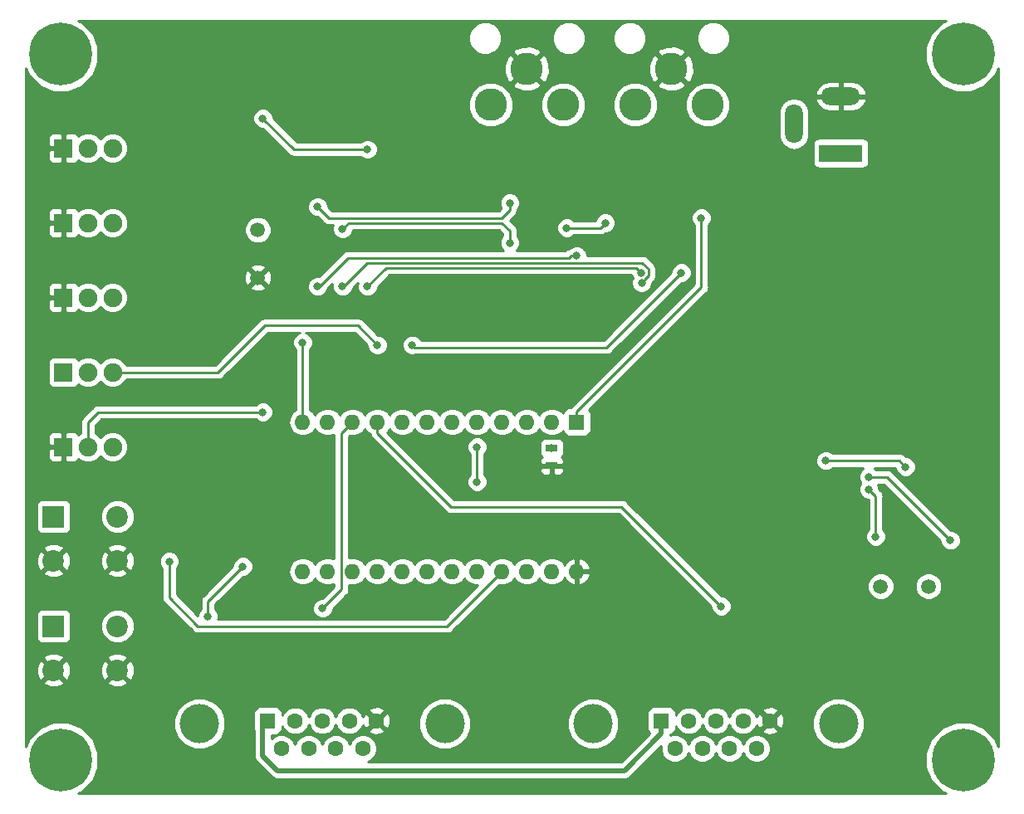
<source format=gbr>
G04 #@! TF.GenerationSoftware,KiCad,Pcbnew,5.0.2-bee76a0~70~ubuntu18.04.1*
G04 #@! TF.CreationDate,2019-12-10T23:09:57+02:00*
G04 #@! TF.ProjectId,videosport,76696465-6f73-4706-9f72-742e6b696361,rev?*
G04 #@! TF.SameCoordinates,Original*
G04 #@! TF.FileFunction,Copper,L2,Bot*
G04 #@! TF.FilePolarity,Positive*
%FSLAX46Y46*%
G04 Gerber Fmt 4.6, Leading zero omitted, Abs format (unit mm)*
G04 Created by KiCad (PCBNEW 5.0.2-bee76a0~70~ubuntu18.04.1) date Вт 10 дек 2019 23:09:57*
%MOMM*%
%LPD*%
G01*
G04 APERTURE LIST*
G04 #@! TA.AperFunction,ComponentPad*
%ADD10C,0.800000*%
G04 #@! TD*
G04 #@! TA.AperFunction,ComponentPad*
%ADD11C,6.400000*%
G04 #@! TD*
G04 #@! TA.AperFunction,ComponentPad*
%ADD12R,1.600000X1.600000*%
G04 #@! TD*
G04 #@! TA.AperFunction,ComponentPad*
%ADD13O,1.600000X1.600000*%
G04 #@! TD*
G04 #@! TA.AperFunction,SMDPad,CuDef*
%ADD14R,1.198880X0.797560*%
G04 #@! TD*
G04 #@! TA.AperFunction,ComponentPad*
%ADD15C,1.900000*%
G04 #@! TD*
G04 #@! TA.AperFunction,ComponentPad*
%ADD16R,1.900000X1.900000*%
G04 #@! TD*
G04 #@! TA.AperFunction,ComponentPad*
%ADD17C,2.200000*%
G04 #@! TD*
G04 #@! TA.AperFunction,ComponentPad*
%ADD18R,2.200000X2.200000*%
G04 #@! TD*
G04 #@! TA.AperFunction,ComponentPad*
%ADD19C,1.500000*%
G04 #@! TD*
G04 #@! TA.AperFunction,ComponentPad*
%ADD20C,3.314700*%
G04 #@! TD*
G04 #@! TA.AperFunction,ComponentPad*
%ADD21O,1.800000X4.000000*%
G04 #@! TD*
G04 #@! TA.AperFunction,ComponentPad*
%ADD22O,4.000000X1.800000*%
G04 #@! TD*
G04 #@! TA.AperFunction,ComponentPad*
%ADD23R,4.400000X1.800000*%
G04 #@! TD*
G04 #@! TA.AperFunction,ComponentPad*
%ADD24C,4.000000*%
G04 #@! TD*
G04 #@! TA.AperFunction,ComponentPad*
%ADD25C,1.600000*%
G04 #@! TD*
G04 #@! TA.AperFunction,ViaPad*
%ADD26C,0.800000*%
G04 #@! TD*
G04 #@! TA.AperFunction,Conductor*
%ADD27C,0.250000*%
G04 #@! TD*
G04 #@! TA.AperFunction,Conductor*
%ADD28C,0.500000*%
G04 #@! TD*
G04 #@! TA.AperFunction,Conductor*
%ADD29C,0.254000*%
G04 #@! TD*
G04 APERTURE END LIST*
D10*
G04 #@! TO.P,H3,1*
G04 #@! TO.N,N/C*
X114701656Y-128284904D03*
X113004600Y-127581960D03*
X111307544Y-128284904D03*
X110604600Y-129981960D03*
X111307544Y-131679016D03*
X113004600Y-132381960D03*
X114701656Y-131679016D03*
X115404600Y-129981960D03*
D11*
X113004600Y-129981960D03*
G04 #@! TD*
G04 #@! TO.P,H2,1*
G04 #@! TO.N,N/C*
X205003400Y-57980580D03*
D10*
X207403400Y-57980580D03*
X206700456Y-59677636D03*
X205003400Y-60380580D03*
X203306344Y-59677636D03*
X202603400Y-57980580D03*
X203306344Y-56283524D03*
X205003400Y-55580580D03*
X206700456Y-56283524D03*
G04 #@! TD*
G04 #@! TO.P,H4,1*
G04 #@! TO.N,N/C*
X206700456Y-128284904D03*
X205003400Y-127581960D03*
X203306344Y-128284904D03*
X202603400Y-129981960D03*
X203306344Y-131679016D03*
X205003400Y-132381960D03*
X206700456Y-131679016D03*
X207403400Y-129981960D03*
D11*
X205003400Y-129981960D03*
G04 #@! TD*
G04 #@! TO.P,H1,1*
G04 #@! TO.N,N/C*
X113004600Y-57980580D03*
D10*
X115404600Y-57980580D03*
X114701656Y-59677636D03*
X113004600Y-60380580D03*
X111307544Y-59677636D03*
X110604600Y-57980580D03*
X111307544Y-56283524D03*
X113004600Y-55580580D03*
X114701656Y-56283524D03*
G04 #@! TD*
D12*
G04 #@! TO.P,U5,1*
G04 #@! TO.N,Net-(R19-Pad1)*
X165608000Y-95504000D03*
D13*
G04 #@! TO.P,U5,13*
G04 #@! TO.N,Net-(U5-Pad13)*
X137668000Y-110744000D03*
G04 #@! TO.P,U5,2*
G04 #@! TO.N,+5V*
X163068000Y-95504000D03*
G04 #@! TO.P,U5,14*
G04 #@! TO.N,F2MHZ*
X140208000Y-110744000D03*
G04 #@! TO.P,U5,3*
G04 #@! TO.N,BA*
X160528000Y-95504000D03*
G04 #@! TO.P,U5,15*
G04 #@! TO.N,Net-(U5-Pad15)*
X142748000Y-110744000D03*
G04 #@! TO.P,U5,4*
G04 #@! TO.N,Net-(D5-Pad2)*
X157988000Y-95504000D03*
G04 #@! TO.P,U5,16*
G04 #@! TO.N,N/C*
X145288000Y-110744000D03*
G04 #@! TO.P,U5,5*
G04 #@! TO.N,BS*
X155448000Y-95504000D03*
G04 #@! TO.P,U5,17*
G04 #@! TO.N,N/C*
X147828000Y-110744000D03*
G04 #@! TO.P,U5,6*
G04 #@! TO.N,RUN*
X152908000Y-95504000D03*
G04 #@! TO.P,U5,18*
G04 #@! TO.N,N/C*
X150368000Y-110744000D03*
G04 #@! TO.P,U5,7*
G04 #@! TO.N,Net-(D2-Pad2)*
X150368000Y-95504000D03*
G04 #@! TO.P,U5,19*
G04 #@! TO.N,Net-(C13-Pad2)*
X152908000Y-110744000D03*
G04 #@! TO.P,U5,8*
G04 #@! TO.N,Net-(D3-Pad2)*
X147828000Y-95504000D03*
G04 #@! TO.P,U5,20*
G04 #@! TO.N,Net-(D1-Pad2)*
X155448000Y-110744000D03*
G04 #@! TO.P,U5,9*
G04 #@! TO.N,PR*
X145288000Y-95504000D03*
G04 #@! TO.P,U5,21*
G04 #@! TO.N,RESET*
X157988000Y-110744000D03*
G04 #@! TO.P,U5,10*
G04 #@! TO.N,PL*
X142748000Y-95504000D03*
G04 #@! TO.P,U5,22*
G04 #@! TO.N,Net-(U5-Pad22)*
X160528000Y-110744000D03*
G04 #@! TO.P,U5,11*
G04 #@! TO.N,PS*
X140208000Y-95504000D03*
G04 #@! TO.P,U5,23*
G04 #@! TO.N,Net-(U5-Pad23)*
X163068000Y-110744000D03*
G04 #@! TO.P,U5,12*
G04 #@! TO.N,Net-(U1-Pad1)*
X137668000Y-95504000D03*
G04 #@! TO.P,U5,24*
G04 #@! TO.N,GND*
X165608000Y-110744000D03*
G04 #@! TD*
D14*
G04 #@! TO.P,C15,1*
G04 #@! TO.N,GND*
X163068000Y-99959160D03*
G04 #@! TO.P,C15,2*
G04 #@! TO.N,+5V*
X163068000Y-98160840D03*
G04 #@! TD*
D15*
G04 #@! TO.P,S5,3*
G04 #@! TO.N,E_PL*
X118284000Y-98044000D03*
G04 #@! TO.P,S5,2*
G04 #@! TO.N,RUN*
X115784000Y-98044000D03*
D16*
G04 #@! TO.P,S5,1*
G04 #@! TO.N,GND*
X113284000Y-98044000D03*
G04 #@! TD*
G04 #@! TO.P,S2,1*
G04 #@! TO.N,GND*
X113284000Y-75184000D03*
D15*
G04 #@! TO.P,S2,2*
G04 #@! TO.N,BS*
X115784000Y-75184000D03*
G04 #@! TO.P,S2,3*
G04 #@! TO.N,Net-(S2-Pad3)*
X118284000Y-75184000D03*
G04 #@! TD*
G04 #@! TO.P,S3,3*
G04 #@! TO.N,Net-(S3-Pad3)*
X118284000Y-82804000D03*
G04 #@! TO.P,S3,2*
G04 #@! TO.N,BA*
X115784000Y-82804000D03*
D16*
G04 #@! TO.P,S3,1*
G04 #@! TO.N,GND*
X113284000Y-82804000D03*
G04 #@! TD*
G04 #@! TO.P,S4,1*
G04 #@! TO.N,Net-(S4-Pad1)*
X113284000Y-90424000D03*
D15*
G04 #@! TO.P,S4,2*
G04 #@! TO.N,FS1*
X115784000Y-90424000D03*
G04 #@! TO.P,S4,3*
G04 #@! TO.N,FS2*
X118284000Y-90424000D03*
G04 #@! TD*
D17*
G04 #@! TO.P,S7,3*
G04 #@! TO.N,GND*
X112268000Y-120832000D03*
G04 #@! TO.P,S7,4*
X118768000Y-120832000D03*
G04 #@! TO.P,S7,2*
G04 #@! TO.N,GAME_SEL*
X118768000Y-116332000D03*
D18*
G04 #@! TO.P,S7,1*
X112268000Y-116332000D03*
G04 #@! TD*
G04 #@! TO.P,S6,1*
G04 #@! TO.N,RESET*
X112268000Y-105156000D03*
D17*
G04 #@! TO.P,S6,2*
X118768000Y-105156000D03*
G04 #@! TO.P,S6,4*
G04 #@! TO.N,GND*
X118768000Y-109656000D03*
G04 #@! TO.P,S6,3*
X112268000Y-109656000D03*
G04 #@! TD*
D19*
G04 #@! TO.P,Y2,1*
G04 #@! TO.N,GND*
X133096000Y-80772000D03*
G04 #@! TO.P,Y2,2*
G04 #@! TO.N,Net-(C10-Pad2)*
X133096000Y-75892000D03*
G04 #@! TD*
D16*
G04 #@! TO.P,S1,1*
G04 #@! TO.N,GND*
X113284000Y-67564000D03*
D15*
G04 #@! TO.P,S1,2*
G04 #@! TO.N,PS*
X115784000Y-67564000D03*
G04 #@! TO.P,S1,3*
G04 #@! TO.N,Net-(S1-Pad3)*
X118284000Y-67564000D03*
G04 #@! TD*
D19*
G04 #@! TO.P,Y1,1*
G04 #@! TO.N,Net-(C2-Pad2)*
X196596000Y-112268000D03*
G04 #@! TO.P,Y1,2*
G04 #@! TO.N,Net-(R10-Pad2)*
X201476000Y-112268000D03*
G04 #@! TD*
D20*
G04 #@! TO.P,J5,PIN*
G04 #@! TO.N,Net-(C6-Pad2)*
X178958240Y-63134240D03*
G04 #@! TO.P,J5,SHEL*
G04 #@! TO.N,GND*
X175260000Y-59436000D03*
G04 #@! TO.P,J5,SWIT*
G04 #@! TO.N,Net-(C6-Pad2)*
X171561760Y-63134240D03*
G04 #@! TD*
D21*
G04 #@! TO.P,J4,3*
G04 #@! TO.N,N/C*
X187732000Y-65072000D03*
D22*
G04 #@! TO.P,J4,2*
G04 #@! TO.N,GND*
X192532000Y-62272000D03*
D23*
G04 #@! TO.P,J4,1*
G04 #@! TO.N,+5V*
X192532000Y-68072000D03*
G04 #@! TD*
D20*
G04 #@! TO.P,J3,PIN*
G04 #@! TO.N,Net-(J3-PadPIN)*
X164226240Y-63134240D03*
G04 #@! TO.P,J3,SHEL*
G04 #@! TO.N,GND*
X160528000Y-59436000D03*
G04 #@! TO.P,J3,SWIT*
G04 #@! TO.N,Net-(J3-PadPIN)*
X156829760Y-63134240D03*
G04 #@! TD*
D24*
G04 #@! TO.P,J2,0*
G04 #@! TO.N,N/C*
X192284000Y-126284000D03*
X167284000Y-126284000D03*
D25*
G04 #@! TO.P,J2,9*
G04 #@! TO.N,Net-(J2-Pad9)*
X183939000Y-128824000D03*
G04 #@! TO.P,J2,8*
G04 #@! TO.N,Net-(J2-Pad8)*
X181169000Y-128824000D03*
G04 #@! TO.P,J2,7*
G04 #@! TO.N,Net-(J2-Pad7)*
X178399000Y-128824000D03*
G04 #@! TO.P,J2,6*
G04 #@! TO.N,Net-(J2-Pad6)*
X175629000Y-128824000D03*
G04 #@! TO.P,J2,5*
G04 #@! TO.N,GND*
X185324000Y-125984000D03*
G04 #@! TO.P,J2,4*
G04 #@! TO.N,Net-(J2-Pad4)*
X182554000Y-125984000D03*
G04 #@! TO.P,J2,3*
G04 #@! TO.N,Net-(J2-Pad3)*
X179784000Y-125984000D03*
G04 #@! TO.P,J2,2*
G04 #@! TO.N,Net-(J2-Pad2)*
X177014000Y-125984000D03*
D12*
G04 #@! TO.P,J2,1*
G04 #@! TO.N,+5V*
X174244000Y-125984000D03*
G04 #@! TD*
G04 #@! TO.P,J1,1*
G04 #@! TO.N,+5V*
X134112000Y-125984000D03*
D25*
G04 #@! TO.P,J1,2*
G04 #@! TO.N,Net-(J1-Pad2)*
X136882000Y-125984000D03*
G04 #@! TO.P,J1,3*
G04 #@! TO.N,Net-(J1-Pad3)*
X139652000Y-125984000D03*
G04 #@! TO.P,J1,4*
G04 #@! TO.N,E_PL*
X142422000Y-125984000D03*
G04 #@! TO.P,J1,5*
G04 #@! TO.N,GND*
X145192000Y-125984000D03*
G04 #@! TO.P,J1,6*
G04 #@! TO.N,Net-(J1-Pad6)*
X135497000Y-128824000D03*
G04 #@! TO.P,J1,7*
G04 #@! TO.N,Net-(J1-Pad7)*
X138267000Y-128824000D03*
G04 #@! TO.P,J1,8*
G04 #@! TO.N,Net-(J1-Pad8)*
X141037000Y-128824000D03*
G04 #@! TO.P,J1,9*
G04 #@! TO.N,Net-(J1-Pad9)*
X143807000Y-128824000D03*
D24*
G04 #@! TO.P,J1,0*
G04 #@! TO.N,N/C*
X127152000Y-126284000D03*
X152152000Y-126284000D03*
G04 #@! TD*
D26*
G04 #@! TO.N,Net-(D1-Pad2)*
X155448000Y-101600000D03*
X155448000Y-98044000D03*
G04 #@! TO.N,GND*
X139192000Y-77724000D03*
G04 #@! TO.N,Net-(U1-Pad1)*
X164592000Y-75692000D03*
X168496000Y-75184000D03*
X137668000Y-87376002D03*
G04 #@! TO.N,+5V*
X163068000Y-98160840D03*
G04 #@! TO.N,GND*
X141732000Y-77607160D03*
X144272000Y-77724000D03*
X154432000Y-84328000D03*
X150484840Y-84328000D03*
X146618841Y-84324961D03*
X186436000Y-92964000D03*
X189484000Y-92964000D03*
X190500000Y-92964000D03*
X191516000Y-92964000D03*
X189484000Y-93980000D03*
X190500000Y-93980000D03*
X191516000Y-93980000D03*
X166624000Y-81280000D03*
X165608000Y-81280000D03*
X185420000Y-98044000D03*
X185420000Y-99060000D03*
X185420000Y-100076000D03*
X185420000Y-101092000D03*
X185420000Y-102108000D03*
X143764000Y-119888000D03*
X137160000Y-64516000D03*
X138176000Y-64516000D03*
X139192000Y-64516000D03*
X183388000Y-79248000D03*
X184404000Y-79248000D03*
X185420000Y-79248000D03*
X186436000Y-79248000D03*
X187452000Y-79248000D03*
X164084000Y-84836000D03*
X165100000Y-84836000D03*
X166116000Y-84836000D03*
X167132000Y-84836000D03*
X168148000Y-84836000D03*
X133604000Y-110744000D03*
X133604000Y-111760000D03*
X134620000Y-111760000D03*
X134620000Y-110744000D03*
X130556000Y-113284000D03*
X131572000Y-114300000D03*
X132588000Y-115316000D03*
X128524000Y-117348000D03*
X128524000Y-118364000D03*
X128524000Y-119380000D03*
X165608000Y-76708000D03*
X166624000Y-76708000D03*
X166624000Y-77724000D03*
X148844000Y-77216000D03*
X149860000Y-77216000D03*
X150876000Y-77216000D03*
X151892000Y-77216000D03*
X152908000Y-77216000D03*
X153924000Y-77216000D03*
X154940000Y-77216000D03*
G04 #@! TO.N,Net-(R7-Pad1)*
X144272000Y-81671160D03*
X172212000Y-80264000D03*
G04 #@! TO.N,Net-(R6-Pad1)*
X141732000Y-81671160D03*
X172216660Y-81284660D03*
G04 #@! TO.N,Net-(R5-Pad1)*
X139192000Y-81671160D03*
X165608000Y-78522990D03*
G04 #@! TO.N,Net-(C1-Pad1)*
X195380157Y-101095735D03*
X203708000Y-107579160D03*
G04 #@! TO.N,Net-(R11-Pad1)*
X191008000Y-99451160D03*
X199136000Y-100076000D03*
G04 #@! TO.N,Net-(C7-Pad1)*
X158778000Y-77216000D03*
X141732000Y-75808840D03*
G04 #@! TO.N,Net-(R25-Pad1)*
X133604000Y-64516000D03*
X144272000Y-67680840D03*
G04 #@! TO.N,Net-(C2-Pad2)*
X196088000Y-107188000D03*
X195380157Y-102365735D03*
G04 #@! TO.N,Net-(C8-Pad1)*
X158778000Y-73152000D03*
X139192000Y-73543160D03*
G04 #@! TO.N,PL*
X139700000Y-114517010D03*
G04 #@! TO.N,PR*
X180340000Y-114300000D03*
G04 #@! TO.N,RESET*
X124068840Y-109728000D03*
G04 #@! TO.N,FS2*
X176276000Y-80264000D03*
X148844000Y-87658000D03*
X145288000Y-87658000D03*
G04 #@! TO.N,RUN*
X133604000Y-94488000D03*
G04 #@! TO.N,Net-(C13-Pad2)*
X131572000Y-110236000D03*
X128016000Y-115316000D03*
G04 #@! TO.N,Net-(R19-Pad1)*
X178308000Y-74676000D03*
G04 #@! TD*
D27*
G04 #@! TO.N,Net-(D1-Pad2)*
X155448000Y-101600000D02*
X155448000Y-98044000D01*
G04 #@! TO.N,Net-(U1-Pad1)*
X164592000Y-75692000D02*
X167988000Y-75692000D01*
X167988000Y-75692000D02*
X168496000Y-75184000D01*
X137668000Y-95504000D02*
X137668000Y-87376002D01*
D28*
G04 #@! TO.N,+5V*
X170464000Y-131064000D02*
X135128000Y-131064000D01*
X133604000Y-126492000D02*
X134112000Y-125984000D01*
X174244000Y-125984000D02*
X174244000Y-127284000D01*
X174244000Y-127284000D02*
X170464000Y-131064000D01*
X135128000Y-131064000D02*
X133604000Y-129540000D01*
X133604000Y-129540000D02*
X133604000Y-126492000D01*
D27*
G04 #@! TO.N,Net-(R7-Pad1)*
X171704000Y-79756000D02*
X172212000Y-80264000D01*
X144272000Y-81671160D02*
X146187160Y-79756000D01*
X146187160Y-79756000D02*
X171704000Y-79756000D01*
G04 #@! TO.N,Net-(R6-Pad1)*
X172616659Y-80884661D02*
X172216660Y-81284660D01*
X141848840Y-81671160D02*
X144272000Y-79248000D01*
X141732000Y-81671160D02*
X141848840Y-81671160D01*
X144272000Y-79248000D02*
X172269004Y-79248000D01*
X172269004Y-79248000D02*
X172937002Y-79915998D01*
X172937002Y-80564318D02*
X172616659Y-80884661D01*
X172937002Y-79915998D02*
X172937002Y-80564318D01*
G04 #@! TO.N,Net-(R5-Pad1)*
X165042315Y-78522990D02*
X165608000Y-78522990D01*
X142323820Y-78740000D02*
X164825305Y-78740000D01*
X139192000Y-81671160D02*
X139392660Y-81671160D01*
X164825305Y-78740000D02*
X165042315Y-78522990D01*
X139392660Y-81671160D02*
X142323820Y-78740000D01*
G04 #@! TO.N,Net-(C1-Pad1)*
X195380157Y-101095735D02*
X197224575Y-101095735D01*
X197224575Y-101095735D02*
X203708000Y-107579160D01*
G04 #@! TO.N,Net-(R11-Pad1)*
X191008000Y-99451160D02*
X198511160Y-99451160D01*
X198511160Y-99451160D02*
X199136000Y-100076000D01*
G04 #@! TO.N,Net-(C7-Pad1)*
X157988000Y-75184000D02*
X142356840Y-75184000D01*
X158778000Y-77216000D02*
X158778000Y-75974000D01*
X142356840Y-75184000D02*
X141732000Y-75808840D01*
X158778000Y-75974000D02*
X157988000Y-75184000D01*
G04 #@! TO.N,Net-(R25-Pad1)*
X133604000Y-64516000D02*
X136768840Y-67680840D01*
X136768840Y-67680840D02*
X144272000Y-67680840D01*
G04 #@! TO.N,Net-(C2-Pad2)*
X196088000Y-107188000D02*
X196088000Y-103073578D01*
X196088000Y-103073578D02*
X195380157Y-102365735D01*
G04 #@! TO.N,Net-(C8-Pad1)*
X158778000Y-73152000D02*
X158778000Y-73886000D01*
X140324840Y-74676000D02*
X139192000Y-73543160D01*
X157988000Y-74676000D02*
X140324840Y-74676000D01*
X158778000Y-73886000D02*
X157988000Y-74676000D01*
G04 #@! TO.N,PL*
X141622999Y-112594011D02*
X140099999Y-114117011D01*
X140099999Y-114117011D02*
X139700000Y-114517010D01*
X142748000Y-95504000D02*
X141622999Y-96629001D01*
X141622999Y-96629001D02*
X141622999Y-112594011D01*
G04 #@! TO.N,PR*
X145288000Y-96635370D02*
X152792630Y-104140000D01*
X145288000Y-95504000D02*
X145288000Y-96635370D01*
X152792630Y-104140000D02*
X170180000Y-104140000D01*
X170180000Y-104140000D02*
X180340000Y-114300000D01*
G04 #@! TO.N,RESET*
X124068840Y-110577440D02*
X124068840Y-109728000D01*
X124068840Y-113400840D02*
X124068840Y-110577440D01*
X127000000Y-116332000D02*
X124068840Y-113400840D01*
X157988000Y-110744000D02*
X152400000Y-116332000D01*
X152400000Y-116332000D02*
X127000000Y-116332000D01*
G04 #@! TO.N,FS2*
X149070000Y-87884000D02*
X148844000Y-87658000D01*
X176276000Y-80264000D02*
X168656000Y-87884000D01*
X168656000Y-87884000D02*
X149070000Y-87884000D01*
X118284000Y-90424000D02*
X129032000Y-90424000D01*
X143264999Y-85634999D02*
X145288000Y-87658000D01*
X133821001Y-85634999D02*
X143264999Y-85634999D01*
X129032000Y-90424000D02*
X133821001Y-85634999D01*
G04 #@! TO.N,RUN*
X133604000Y-94488000D02*
X116840000Y-94488000D01*
X115784000Y-95544000D02*
X115784000Y-98044000D01*
X116840000Y-94488000D02*
X115784000Y-95544000D01*
G04 #@! TO.N,Net-(C13-Pad2)*
X128016000Y-113792000D02*
X128016000Y-115316000D01*
X131572000Y-110236000D02*
X128016000Y-113792000D01*
G04 #@! TO.N,Net-(R19-Pad1)*
X178308000Y-81754000D02*
X178308000Y-74676000D01*
X165608000Y-94454000D02*
X178308000Y-81754000D01*
X165608000Y-95504000D02*
X165608000Y-94454000D01*
G04 #@! TD*
D29*
G04 #@! TO.N,GND*
G36*
X202831047Y-54729424D02*
X201752244Y-55808227D01*
X201168400Y-57217751D01*
X201168400Y-58743409D01*
X201752244Y-60152933D01*
X202831047Y-61231736D01*
X204240571Y-61815580D01*
X205766229Y-61815580D01*
X207175753Y-61231736D01*
X208254556Y-60152933D01*
X208586000Y-59352756D01*
X208586001Y-128609786D01*
X208254556Y-127809607D01*
X207175753Y-126730804D01*
X205766229Y-126146960D01*
X204240571Y-126146960D01*
X202831047Y-126730804D01*
X201752244Y-127809607D01*
X201168400Y-129219131D01*
X201168400Y-130744789D01*
X201752244Y-132154313D01*
X202831047Y-133233116D01*
X203238769Y-133402000D01*
X114769231Y-133402000D01*
X115176953Y-133233116D01*
X116255756Y-132154313D01*
X116839600Y-130744789D01*
X116839600Y-129219131D01*
X116255756Y-127809607D01*
X115176953Y-126730804D01*
X113767429Y-126146960D01*
X112241771Y-126146960D01*
X110832247Y-126730804D01*
X109753444Y-127809607D01*
X109422000Y-128609784D01*
X109422000Y-125759866D01*
X124517000Y-125759866D01*
X124517000Y-126808134D01*
X124918155Y-127776608D01*
X125659392Y-128517845D01*
X126627866Y-128919000D01*
X127676134Y-128919000D01*
X128644608Y-128517845D01*
X129385845Y-127776608D01*
X129787000Y-126808134D01*
X129787000Y-125759866D01*
X129548469Y-125184000D01*
X132664560Y-125184000D01*
X132664560Y-126784000D01*
X132713843Y-127031765D01*
X132719001Y-127039484D01*
X132719000Y-129452839D01*
X132701663Y-129540000D01*
X132719000Y-129627161D01*
X132719000Y-129627164D01*
X132770348Y-129885309D01*
X132965951Y-130178049D01*
X133039847Y-130227425D01*
X134440577Y-131628156D01*
X134489951Y-131702049D01*
X134563844Y-131751423D01*
X134563845Y-131751424D01*
X134630079Y-131795680D01*
X134782690Y-131897652D01*
X135040835Y-131949000D01*
X135040839Y-131949000D01*
X135127999Y-131966337D01*
X135215159Y-131949000D01*
X170376839Y-131949000D01*
X170464000Y-131966337D01*
X170551161Y-131949000D01*
X170551165Y-131949000D01*
X170809310Y-131897652D01*
X171102049Y-131702049D01*
X171151425Y-131628153D01*
X174194000Y-128585579D01*
X174194000Y-129109439D01*
X174412466Y-129636862D01*
X174816138Y-130040534D01*
X175343561Y-130259000D01*
X175914439Y-130259000D01*
X176441862Y-130040534D01*
X176845534Y-129636862D01*
X177014000Y-129230150D01*
X177182466Y-129636862D01*
X177586138Y-130040534D01*
X178113561Y-130259000D01*
X178684439Y-130259000D01*
X179211862Y-130040534D01*
X179615534Y-129636862D01*
X179784000Y-129230150D01*
X179952466Y-129636862D01*
X180356138Y-130040534D01*
X180883561Y-130259000D01*
X181454439Y-130259000D01*
X181981862Y-130040534D01*
X182385534Y-129636862D01*
X182554000Y-129230150D01*
X182722466Y-129636862D01*
X183126138Y-130040534D01*
X183653561Y-130259000D01*
X184224439Y-130259000D01*
X184751862Y-130040534D01*
X185155534Y-129636862D01*
X185374000Y-129109439D01*
X185374000Y-128538561D01*
X185155534Y-128011138D01*
X184751862Y-127607466D01*
X184224439Y-127389000D01*
X183653561Y-127389000D01*
X183126138Y-127607466D01*
X182722466Y-128011138D01*
X182554000Y-128417850D01*
X182385534Y-128011138D01*
X181981862Y-127607466D01*
X181454439Y-127389000D01*
X180883561Y-127389000D01*
X180356138Y-127607466D01*
X179952466Y-128011138D01*
X179784000Y-128417850D01*
X179615534Y-128011138D01*
X179211862Y-127607466D01*
X178684439Y-127389000D01*
X178113561Y-127389000D01*
X177586138Y-127607466D01*
X177182466Y-128011138D01*
X177014000Y-128417850D01*
X176845534Y-128011138D01*
X176441862Y-127607466D01*
X175914439Y-127389000D01*
X175343561Y-127389000D01*
X175105868Y-127487456D01*
X175120018Y-127416319D01*
X175291765Y-127382157D01*
X175501809Y-127241809D01*
X175642157Y-127031765D01*
X175691440Y-126784000D01*
X175691440Y-126540893D01*
X175797466Y-126796862D01*
X176201138Y-127200534D01*
X176728561Y-127419000D01*
X177299439Y-127419000D01*
X177826862Y-127200534D01*
X178230534Y-126796862D01*
X178399000Y-126390150D01*
X178567466Y-126796862D01*
X178971138Y-127200534D01*
X179498561Y-127419000D01*
X180069439Y-127419000D01*
X180596862Y-127200534D01*
X181000534Y-126796862D01*
X181169000Y-126390150D01*
X181337466Y-126796862D01*
X181741138Y-127200534D01*
X182268561Y-127419000D01*
X182839439Y-127419000D01*
X183366862Y-127200534D01*
X183575651Y-126991745D01*
X184495861Y-126991745D01*
X184569995Y-127237864D01*
X185107223Y-127430965D01*
X185677454Y-127403778D01*
X186078005Y-127237864D01*
X186152139Y-126991745D01*
X185324000Y-126163605D01*
X184495861Y-126991745D01*
X183575651Y-126991745D01*
X183770534Y-126796862D01*
X183932525Y-126405782D01*
X184070136Y-126738005D01*
X184316255Y-126812139D01*
X185144395Y-125984000D01*
X185503605Y-125984000D01*
X186331745Y-126812139D01*
X186577864Y-126738005D01*
X186770965Y-126200777D01*
X186749944Y-125759866D01*
X189649000Y-125759866D01*
X189649000Y-126808134D01*
X190050155Y-127776608D01*
X190791392Y-128517845D01*
X191759866Y-128919000D01*
X192808134Y-128919000D01*
X193776608Y-128517845D01*
X194517845Y-127776608D01*
X194919000Y-126808134D01*
X194919000Y-125759866D01*
X194517845Y-124791392D01*
X193776608Y-124050155D01*
X192808134Y-123649000D01*
X191759866Y-123649000D01*
X190791392Y-124050155D01*
X190050155Y-124791392D01*
X189649000Y-125759866D01*
X186749944Y-125759866D01*
X186743778Y-125630546D01*
X186577864Y-125229995D01*
X186331745Y-125155861D01*
X185503605Y-125984000D01*
X185144395Y-125984000D01*
X184316255Y-125155861D01*
X184070136Y-125229995D01*
X183942268Y-125585739D01*
X183770534Y-125171138D01*
X183575651Y-124976255D01*
X184495861Y-124976255D01*
X185324000Y-125804395D01*
X186152139Y-124976255D01*
X186078005Y-124730136D01*
X185540777Y-124537035D01*
X184970546Y-124564222D01*
X184569995Y-124730136D01*
X184495861Y-124976255D01*
X183575651Y-124976255D01*
X183366862Y-124767466D01*
X182839439Y-124549000D01*
X182268561Y-124549000D01*
X181741138Y-124767466D01*
X181337466Y-125171138D01*
X181169000Y-125577850D01*
X181000534Y-125171138D01*
X180596862Y-124767466D01*
X180069439Y-124549000D01*
X179498561Y-124549000D01*
X178971138Y-124767466D01*
X178567466Y-125171138D01*
X178399000Y-125577850D01*
X178230534Y-125171138D01*
X177826862Y-124767466D01*
X177299439Y-124549000D01*
X176728561Y-124549000D01*
X176201138Y-124767466D01*
X175797466Y-125171138D01*
X175691440Y-125427107D01*
X175691440Y-125184000D01*
X175642157Y-124936235D01*
X175501809Y-124726191D01*
X175291765Y-124585843D01*
X175044000Y-124536560D01*
X173444000Y-124536560D01*
X173196235Y-124585843D01*
X172986191Y-124726191D01*
X172845843Y-124936235D01*
X172796560Y-125184000D01*
X172796560Y-126784000D01*
X172845843Y-127031765D01*
X172986191Y-127241809D01*
X173015217Y-127261204D01*
X170097422Y-130179000D01*
X144285576Y-130179000D01*
X144619862Y-130040534D01*
X145023534Y-129636862D01*
X145242000Y-129109439D01*
X145242000Y-128538561D01*
X145023534Y-128011138D01*
X144619862Y-127607466D01*
X144092439Y-127389000D01*
X143521561Y-127389000D01*
X142994138Y-127607466D01*
X142590466Y-128011138D01*
X142422000Y-128417850D01*
X142253534Y-128011138D01*
X141849862Y-127607466D01*
X141322439Y-127389000D01*
X140751561Y-127389000D01*
X140224138Y-127607466D01*
X139820466Y-128011138D01*
X139652000Y-128417850D01*
X139483534Y-128011138D01*
X139079862Y-127607466D01*
X138552439Y-127389000D01*
X137981561Y-127389000D01*
X137454138Y-127607466D01*
X137050466Y-128011138D01*
X136882000Y-128417850D01*
X136713534Y-128011138D01*
X136309862Y-127607466D01*
X135782439Y-127389000D01*
X135211561Y-127389000D01*
X134684138Y-127607466D01*
X134489000Y-127802604D01*
X134489000Y-127431440D01*
X134912000Y-127431440D01*
X135159765Y-127382157D01*
X135369809Y-127241809D01*
X135510157Y-127031765D01*
X135559440Y-126784000D01*
X135559440Y-126540893D01*
X135665466Y-126796862D01*
X136069138Y-127200534D01*
X136596561Y-127419000D01*
X137167439Y-127419000D01*
X137694862Y-127200534D01*
X138098534Y-126796862D01*
X138267000Y-126390150D01*
X138435466Y-126796862D01*
X138839138Y-127200534D01*
X139366561Y-127419000D01*
X139937439Y-127419000D01*
X140464862Y-127200534D01*
X140868534Y-126796862D01*
X141037000Y-126390150D01*
X141205466Y-126796862D01*
X141609138Y-127200534D01*
X142136561Y-127419000D01*
X142707439Y-127419000D01*
X143234862Y-127200534D01*
X143443651Y-126991745D01*
X144363861Y-126991745D01*
X144437995Y-127237864D01*
X144975223Y-127430965D01*
X145545454Y-127403778D01*
X145946005Y-127237864D01*
X146020139Y-126991745D01*
X145192000Y-126163605D01*
X144363861Y-126991745D01*
X143443651Y-126991745D01*
X143638534Y-126796862D01*
X143800525Y-126405782D01*
X143938136Y-126738005D01*
X144184255Y-126812139D01*
X145012395Y-125984000D01*
X145371605Y-125984000D01*
X146199745Y-126812139D01*
X146445864Y-126738005D01*
X146638965Y-126200777D01*
X146617944Y-125759866D01*
X149517000Y-125759866D01*
X149517000Y-126808134D01*
X149918155Y-127776608D01*
X150659392Y-128517845D01*
X151627866Y-128919000D01*
X152676134Y-128919000D01*
X153644608Y-128517845D01*
X154385845Y-127776608D01*
X154787000Y-126808134D01*
X154787000Y-125759866D01*
X164649000Y-125759866D01*
X164649000Y-126808134D01*
X165050155Y-127776608D01*
X165791392Y-128517845D01*
X166759866Y-128919000D01*
X167808134Y-128919000D01*
X168776608Y-128517845D01*
X169517845Y-127776608D01*
X169919000Y-126808134D01*
X169919000Y-125759866D01*
X169517845Y-124791392D01*
X168776608Y-124050155D01*
X167808134Y-123649000D01*
X166759866Y-123649000D01*
X165791392Y-124050155D01*
X165050155Y-124791392D01*
X164649000Y-125759866D01*
X154787000Y-125759866D01*
X154385845Y-124791392D01*
X153644608Y-124050155D01*
X152676134Y-123649000D01*
X151627866Y-123649000D01*
X150659392Y-124050155D01*
X149918155Y-124791392D01*
X149517000Y-125759866D01*
X146617944Y-125759866D01*
X146611778Y-125630546D01*
X146445864Y-125229995D01*
X146199745Y-125155861D01*
X145371605Y-125984000D01*
X145012395Y-125984000D01*
X144184255Y-125155861D01*
X143938136Y-125229995D01*
X143810268Y-125585739D01*
X143638534Y-125171138D01*
X143443651Y-124976255D01*
X144363861Y-124976255D01*
X145192000Y-125804395D01*
X146020139Y-124976255D01*
X145946005Y-124730136D01*
X145408777Y-124537035D01*
X144838546Y-124564222D01*
X144437995Y-124730136D01*
X144363861Y-124976255D01*
X143443651Y-124976255D01*
X143234862Y-124767466D01*
X142707439Y-124549000D01*
X142136561Y-124549000D01*
X141609138Y-124767466D01*
X141205466Y-125171138D01*
X141037000Y-125577850D01*
X140868534Y-125171138D01*
X140464862Y-124767466D01*
X139937439Y-124549000D01*
X139366561Y-124549000D01*
X138839138Y-124767466D01*
X138435466Y-125171138D01*
X138267000Y-125577850D01*
X138098534Y-125171138D01*
X137694862Y-124767466D01*
X137167439Y-124549000D01*
X136596561Y-124549000D01*
X136069138Y-124767466D01*
X135665466Y-125171138D01*
X135559440Y-125427107D01*
X135559440Y-125184000D01*
X135510157Y-124936235D01*
X135369809Y-124726191D01*
X135159765Y-124585843D01*
X134912000Y-124536560D01*
X133312000Y-124536560D01*
X133064235Y-124585843D01*
X132854191Y-124726191D01*
X132713843Y-124936235D01*
X132664560Y-125184000D01*
X129548469Y-125184000D01*
X129385845Y-124791392D01*
X128644608Y-124050155D01*
X127676134Y-123649000D01*
X126627866Y-123649000D01*
X125659392Y-124050155D01*
X124918155Y-124791392D01*
X124517000Y-125759866D01*
X109422000Y-125759866D01*
X109422000Y-122056868D01*
X111222737Y-122056868D01*
X111333641Y-122334099D01*
X111979593Y-122577323D01*
X112669453Y-122554836D01*
X113202359Y-122334099D01*
X113313263Y-122056868D01*
X117722737Y-122056868D01*
X117833641Y-122334099D01*
X118479593Y-122577323D01*
X119169453Y-122554836D01*
X119702359Y-122334099D01*
X119813263Y-122056868D01*
X118768000Y-121011605D01*
X117722737Y-122056868D01*
X113313263Y-122056868D01*
X112268000Y-121011605D01*
X111222737Y-122056868D01*
X109422000Y-122056868D01*
X109422000Y-120543593D01*
X110522677Y-120543593D01*
X110545164Y-121233453D01*
X110765901Y-121766359D01*
X111043132Y-121877263D01*
X112088395Y-120832000D01*
X112447605Y-120832000D01*
X113492868Y-121877263D01*
X113770099Y-121766359D01*
X114013323Y-121120407D01*
X113994521Y-120543593D01*
X117022677Y-120543593D01*
X117045164Y-121233453D01*
X117265901Y-121766359D01*
X117543132Y-121877263D01*
X118588395Y-120832000D01*
X118947605Y-120832000D01*
X119992868Y-121877263D01*
X120270099Y-121766359D01*
X120513323Y-121120407D01*
X120490836Y-120430547D01*
X120270099Y-119897641D01*
X119992868Y-119786737D01*
X118947605Y-120832000D01*
X118588395Y-120832000D01*
X117543132Y-119786737D01*
X117265901Y-119897641D01*
X117022677Y-120543593D01*
X113994521Y-120543593D01*
X113990836Y-120430547D01*
X113770099Y-119897641D01*
X113492868Y-119786737D01*
X112447605Y-120832000D01*
X112088395Y-120832000D01*
X111043132Y-119786737D01*
X110765901Y-119897641D01*
X110522677Y-120543593D01*
X109422000Y-120543593D01*
X109422000Y-119607132D01*
X111222737Y-119607132D01*
X112268000Y-120652395D01*
X113313263Y-119607132D01*
X117722737Y-119607132D01*
X118768000Y-120652395D01*
X119813263Y-119607132D01*
X119702359Y-119329901D01*
X119056407Y-119086677D01*
X118366547Y-119109164D01*
X117833641Y-119329901D01*
X117722737Y-119607132D01*
X113313263Y-119607132D01*
X113202359Y-119329901D01*
X112556407Y-119086677D01*
X111866547Y-119109164D01*
X111333641Y-119329901D01*
X111222737Y-119607132D01*
X109422000Y-119607132D01*
X109422000Y-115232000D01*
X110520560Y-115232000D01*
X110520560Y-117432000D01*
X110569843Y-117679765D01*
X110710191Y-117889809D01*
X110920235Y-118030157D01*
X111168000Y-118079440D01*
X113368000Y-118079440D01*
X113615765Y-118030157D01*
X113825809Y-117889809D01*
X113966157Y-117679765D01*
X114015440Y-117432000D01*
X114015440Y-115986887D01*
X117033000Y-115986887D01*
X117033000Y-116677113D01*
X117297138Y-117314799D01*
X117785201Y-117802862D01*
X118422887Y-118067000D01*
X119113113Y-118067000D01*
X119750799Y-117802862D01*
X120238862Y-117314799D01*
X120503000Y-116677113D01*
X120503000Y-115986887D01*
X120238862Y-115349201D01*
X119750799Y-114861138D01*
X119113113Y-114597000D01*
X118422887Y-114597000D01*
X117785201Y-114861138D01*
X117297138Y-115349201D01*
X117033000Y-115986887D01*
X114015440Y-115986887D01*
X114015440Y-115232000D01*
X113966157Y-114984235D01*
X113825809Y-114774191D01*
X113615765Y-114633843D01*
X113368000Y-114584560D01*
X111168000Y-114584560D01*
X110920235Y-114633843D01*
X110710191Y-114774191D01*
X110569843Y-114984235D01*
X110520560Y-115232000D01*
X109422000Y-115232000D01*
X109422000Y-110880868D01*
X111222737Y-110880868D01*
X111333641Y-111158099D01*
X111979593Y-111401323D01*
X112669453Y-111378836D01*
X113202359Y-111158099D01*
X113313263Y-110880868D01*
X117722737Y-110880868D01*
X117833641Y-111158099D01*
X118479593Y-111401323D01*
X119169453Y-111378836D01*
X119702359Y-111158099D01*
X119813263Y-110880868D01*
X118768000Y-109835605D01*
X117722737Y-110880868D01*
X113313263Y-110880868D01*
X112268000Y-109835605D01*
X111222737Y-110880868D01*
X109422000Y-110880868D01*
X109422000Y-109367593D01*
X110522677Y-109367593D01*
X110545164Y-110057453D01*
X110765901Y-110590359D01*
X111043132Y-110701263D01*
X112088395Y-109656000D01*
X112447605Y-109656000D01*
X113492868Y-110701263D01*
X113770099Y-110590359D01*
X114013323Y-109944407D01*
X113994521Y-109367593D01*
X117022677Y-109367593D01*
X117045164Y-110057453D01*
X117265901Y-110590359D01*
X117543132Y-110701263D01*
X118588395Y-109656000D01*
X118947605Y-109656000D01*
X119992868Y-110701263D01*
X120270099Y-110590359D01*
X120513323Y-109944407D01*
X120490836Y-109254547D01*
X120270099Y-108721641D01*
X119992868Y-108610737D01*
X118947605Y-109656000D01*
X118588395Y-109656000D01*
X117543132Y-108610737D01*
X117265901Y-108721641D01*
X117022677Y-109367593D01*
X113994521Y-109367593D01*
X113990836Y-109254547D01*
X113770099Y-108721641D01*
X113492868Y-108610737D01*
X112447605Y-109656000D01*
X112088395Y-109656000D01*
X111043132Y-108610737D01*
X110765901Y-108721641D01*
X110522677Y-109367593D01*
X109422000Y-109367593D01*
X109422000Y-108431132D01*
X111222737Y-108431132D01*
X112268000Y-109476395D01*
X113313263Y-108431132D01*
X117722737Y-108431132D01*
X118768000Y-109476395D01*
X119813263Y-108431132D01*
X119702359Y-108153901D01*
X119056407Y-107910677D01*
X118366547Y-107933164D01*
X117833641Y-108153901D01*
X117722737Y-108431132D01*
X113313263Y-108431132D01*
X113202359Y-108153901D01*
X112556407Y-107910677D01*
X111866547Y-107933164D01*
X111333641Y-108153901D01*
X111222737Y-108431132D01*
X109422000Y-108431132D01*
X109422000Y-104056000D01*
X110520560Y-104056000D01*
X110520560Y-106256000D01*
X110569843Y-106503765D01*
X110710191Y-106713809D01*
X110920235Y-106854157D01*
X111168000Y-106903440D01*
X113368000Y-106903440D01*
X113615765Y-106854157D01*
X113825809Y-106713809D01*
X113966157Y-106503765D01*
X114015440Y-106256000D01*
X114015440Y-104810887D01*
X117033000Y-104810887D01*
X117033000Y-105501113D01*
X117297138Y-106138799D01*
X117785201Y-106626862D01*
X118422887Y-106891000D01*
X119113113Y-106891000D01*
X119750799Y-106626862D01*
X120238862Y-106138799D01*
X120503000Y-105501113D01*
X120503000Y-104810887D01*
X120238862Y-104173201D01*
X119750799Y-103685138D01*
X119113113Y-103421000D01*
X118422887Y-103421000D01*
X117785201Y-103685138D01*
X117297138Y-104173201D01*
X117033000Y-104810887D01*
X114015440Y-104810887D01*
X114015440Y-104056000D01*
X113966157Y-103808235D01*
X113825809Y-103598191D01*
X113615765Y-103457843D01*
X113368000Y-103408560D01*
X111168000Y-103408560D01*
X110920235Y-103457843D01*
X110710191Y-103598191D01*
X110569843Y-103808235D01*
X110520560Y-104056000D01*
X109422000Y-104056000D01*
X109422000Y-98329750D01*
X111699000Y-98329750D01*
X111699000Y-99120310D01*
X111795673Y-99353699D01*
X111974302Y-99532327D01*
X112207691Y-99629000D01*
X112998250Y-99629000D01*
X113157000Y-99470250D01*
X113157000Y-98171000D01*
X111857750Y-98171000D01*
X111699000Y-98329750D01*
X109422000Y-98329750D01*
X109422000Y-96967690D01*
X111699000Y-96967690D01*
X111699000Y-97758250D01*
X111857750Y-97917000D01*
X113157000Y-97917000D01*
X113157000Y-96617750D01*
X113411000Y-96617750D01*
X113411000Y-97917000D01*
X113431000Y-97917000D01*
X113431000Y-98171000D01*
X113411000Y-98171000D01*
X113411000Y-99470250D01*
X113569750Y-99629000D01*
X114360309Y-99629000D01*
X114593698Y-99532327D01*
X114772327Y-99353699D01*
X114795713Y-99297241D01*
X114886170Y-99387698D01*
X115468724Y-99629000D01*
X116099276Y-99629000D01*
X116681830Y-99387698D01*
X117034000Y-99035528D01*
X117386170Y-99387698D01*
X117968724Y-99629000D01*
X118599276Y-99629000D01*
X119181830Y-99387698D01*
X119627698Y-98941830D01*
X119869000Y-98359276D01*
X119869000Y-97728724D01*
X119627698Y-97146170D01*
X119181830Y-96700302D01*
X118599276Y-96459000D01*
X117968724Y-96459000D01*
X117386170Y-96700302D01*
X117034000Y-97052472D01*
X116681830Y-96700302D01*
X116544000Y-96643211D01*
X116544000Y-95858801D01*
X117154802Y-95248000D01*
X132900289Y-95248000D01*
X133017720Y-95365431D01*
X133398126Y-95523000D01*
X133809874Y-95523000D01*
X134190280Y-95365431D01*
X134481431Y-95074280D01*
X134639000Y-94693874D01*
X134639000Y-94282126D01*
X134481431Y-93901720D01*
X134190280Y-93610569D01*
X133809874Y-93453000D01*
X133398126Y-93453000D01*
X133017720Y-93610569D01*
X132900289Y-93728000D01*
X116914848Y-93728000D01*
X116840000Y-93713112D01*
X116765152Y-93728000D01*
X116765148Y-93728000D01*
X116543463Y-93772096D01*
X116292071Y-93940071D01*
X116249671Y-94003527D01*
X115299530Y-94953669D01*
X115236071Y-94996071D01*
X115068096Y-95247464D01*
X115024000Y-95469149D01*
X115024000Y-95469153D01*
X115009112Y-95544000D01*
X115024000Y-95618847D01*
X115024000Y-96643211D01*
X114886170Y-96700302D01*
X114795713Y-96790759D01*
X114772327Y-96734301D01*
X114593698Y-96555673D01*
X114360309Y-96459000D01*
X113569750Y-96459000D01*
X113411000Y-96617750D01*
X113157000Y-96617750D01*
X112998250Y-96459000D01*
X112207691Y-96459000D01*
X111974302Y-96555673D01*
X111795673Y-96734301D01*
X111699000Y-96967690D01*
X109422000Y-96967690D01*
X109422000Y-89474000D01*
X111686560Y-89474000D01*
X111686560Y-91374000D01*
X111735843Y-91621765D01*
X111876191Y-91831809D01*
X112086235Y-91972157D01*
X112334000Y-92021440D01*
X114234000Y-92021440D01*
X114481765Y-91972157D01*
X114691809Y-91831809D01*
X114795339Y-91676867D01*
X114886170Y-91767698D01*
X115468724Y-92009000D01*
X116099276Y-92009000D01*
X116681830Y-91767698D01*
X117034000Y-91415528D01*
X117386170Y-91767698D01*
X117968724Y-92009000D01*
X118599276Y-92009000D01*
X119181830Y-91767698D01*
X119627698Y-91321830D01*
X119684789Y-91184000D01*
X128957153Y-91184000D01*
X129032000Y-91198888D01*
X129106847Y-91184000D01*
X129106852Y-91184000D01*
X129328537Y-91139904D01*
X129579929Y-90971929D01*
X129622331Y-90908470D01*
X134135803Y-86394999D01*
X137331765Y-86394999D01*
X137081720Y-86498571D01*
X136790569Y-86789722D01*
X136633000Y-87170128D01*
X136633000Y-87581876D01*
X136790569Y-87962282D01*
X136908001Y-88079714D01*
X136908000Y-94285956D01*
X136633423Y-94469423D01*
X136316260Y-94944091D01*
X136204887Y-95504000D01*
X136316260Y-96063909D01*
X136633423Y-96538577D01*
X137108091Y-96855740D01*
X137526667Y-96939000D01*
X137809333Y-96939000D01*
X138227909Y-96855740D01*
X138702577Y-96538577D01*
X138938000Y-96186242D01*
X139173423Y-96538577D01*
X139648091Y-96855740D01*
X140066667Y-96939000D01*
X140349333Y-96939000D01*
X140767909Y-96855740D01*
X140862999Y-96792203D01*
X140863000Y-109455798D01*
X140767909Y-109392260D01*
X140349333Y-109309000D01*
X140066667Y-109309000D01*
X139648091Y-109392260D01*
X139173423Y-109709423D01*
X138938000Y-110061758D01*
X138702577Y-109709423D01*
X138227909Y-109392260D01*
X137809333Y-109309000D01*
X137526667Y-109309000D01*
X137108091Y-109392260D01*
X136633423Y-109709423D01*
X136316260Y-110184091D01*
X136204887Y-110744000D01*
X136316260Y-111303909D01*
X136633423Y-111778577D01*
X137108091Y-112095740D01*
X137526667Y-112179000D01*
X137809333Y-112179000D01*
X138227909Y-112095740D01*
X138702577Y-111778577D01*
X138938000Y-111426242D01*
X139173423Y-111778577D01*
X139648091Y-112095740D01*
X140066667Y-112179000D01*
X140349333Y-112179000D01*
X140767909Y-112095740D01*
X140863000Y-112032202D01*
X140863000Y-112279208D01*
X139660199Y-113482010D01*
X139494126Y-113482010D01*
X139113720Y-113639579D01*
X138822569Y-113930730D01*
X138665000Y-114311136D01*
X138665000Y-114722884D01*
X138822569Y-115103290D01*
X139113720Y-115394441D01*
X139494126Y-115552010D01*
X139905874Y-115552010D01*
X140286280Y-115394441D01*
X140577431Y-115103290D01*
X140735000Y-114722884D01*
X140735000Y-114556811D01*
X142107472Y-113184340D01*
X142170928Y-113141940D01*
X142338903Y-112890548D01*
X142382999Y-112668863D01*
X142382999Y-112668859D01*
X142397887Y-112594012D01*
X142382999Y-112519165D01*
X142382999Y-112134510D01*
X142606667Y-112179000D01*
X142889333Y-112179000D01*
X143307909Y-112095740D01*
X143782577Y-111778577D01*
X144018000Y-111426242D01*
X144253423Y-111778577D01*
X144728091Y-112095740D01*
X145146667Y-112179000D01*
X145429333Y-112179000D01*
X145847909Y-112095740D01*
X146322577Y-111778577D01*
X146558000Y-111426242D01*
X146793423Y-111778577D01*
X147268091Y-112095740D01*
X147686667Y-112179000D01*
X147969333Y-112179000D01*
X148387909Y-112095740D01*
X148862577Y-111778577D01*
X149098000Y-111426242D01*
X149333423Y-111778577D01*
X149808091Y-112095740D01*
X150226667Y-112179000D01*
X150509333Y-112179000D01*
X150927909Y-112095740D01*
X151402577Y-111778577D01*
X151638000Y-111426242D01*
X151873423Y-111778577D01*
X152348091Y-112095740D01*
X152766667Y-112179000D01*
X153049333Y-112179000D01*
X153467909Y-112095740D01*
X153942577Y-111778577D01*
X154178000Y-111426242D01*
X154413423Y-111778577D01*
X154888091Y-112095740D01*
X155306667Y-112179000D01*
X155478198Y-112179000D01*
X152085199Y-115572000D01*
X129030237Y-115572000D01*
X129051000Y-115521874D01*
X129051000Y-115110126D01*
X128893431Y-114729720D01*
X128776000Y-114612289D01*
X128776000Y-114106801D01*
X131611803Y-111271000D01*
X131777874Y-111271000D01*
X132158280Y-111113431D01*
X132449431Y-110822280D01*
X132607000Y-110441874D01*
X132607000Y-110030126D01*
X132449431Y-109649720D01*
X132158280Y-109358569D01*
X131777874Y-109201000D01*
X131366126Y-109201000D01*
X130985720Y-109358569D01*
X130694569Y-109649720D01*
X130537000Y-110030126D01*
X130537000Y-110196197D01*
X127531530Y-113201669D01*
X127468071Y-113244071D01*
X127300096Y-113495464D01*
X127256000Y-113717149D01*
X127256000Y-113717153D01*
X127241112Y-113792000D01*
X127256000Y-113866847D01*
X127256001Y-114612288D01*
X127138569Y-114729720D01*
X126981000Y-115110126D01*
X126981000Y-115238198D01*
X124828840Y-113086039D01*
X124828840Y-110431711D01*
X124946271Y-110314280D01*
X125103840Y-109933874D01*
X125103840Y-109522126D01*
X124946271Y-109141720D01*
X124655120Y-108850569D01*
X124274714Y-108693000D01*
X123862966Y-108693000D01*
X123482560Y-108850569D01*
X123191409Y-109141720D01*
X123033840Y-109522126D01*
X123033840Y-109933874D01*
X123191409Y-110314280D01*
X123308840Y-110431711D01*
X123308840Y-110652291D01*
X123308841Y-110652296D01*
X123308840Y-113325993D01*
X123293952Y-113400840D01*
X123308840Y-113475687D01*
X123308840Y-113475691D01*
X123352936Y-113697376D01*
X123520911Y-113948769D01*
X123584370Y-113991171D01*
X126409671Y-116816473D01*
X126452071Y-116879929D01*
X126703463Y-117047904D01*
X126925148Y-117092000D01*
X126925152Y-117092000D01*
X126999999Y-117106888D01*
X127074846Y-117092000D01*
X152325153Y-117092000D01*
X152400000Y-117106888D01*
X152474847Y-117092000D01*
X152474852Y-117092000D01*
X152696537Y-117047904D01*
X152947929Y-116879929D01*
X152990331Y-116816470D01*
X157664115Y-112142688D01*
X157846667Y-112179000D01*
X158129333Y-112179000D01*
X158547909Y-112095740D01*
X159022577Y-111778577D01*
X159258000Y-111426242D01*
X159493423Y-111778577D01*
X159968091Y-112095740D01*
X160386667Y-112179000D01*
X160669333Y-112179000D01*
X161087909Y-112095740D01*
X161562577Y-111778577D01*
X161798000Y-111426242D01*
X162033423Y-111778577D01*
X162508091Y-112095740D01*
X162926667Y-112179000D01*
X163209333Y-112179000D01*
X163627909Y-112095740D01*
X164102577Y-111778577D01*
X164358947Y-111394892D01*
X164455611Y-111599134D01*
X164870577Y-111975041D01*
X165258961Y-112135904D01*
X165481000Y-112013915D01*
X165481000Y-110871000D01*
X165735000Y-110871000D01*
X165735000Y-112013915D01*
X165957039Y-112135904D01*
X166345423Y-111975041D01*
X166760389Y-111599134D01*
X166999914Y-111093041D01*
X166878629Y-110871000D01*
X165735000Y-110871000D01*
X165481000Y-110871000D01*
X165461000Y-110871000D01*
X165461000Y-110617000D01*
X165481000Y-110617000D01*
X165481000Y-109474085D01*
X165735000Y-109474085D01*
X165735000Y-110617000D01*
X166878629Y-110617000D01*
X166999914Y-110394959D01*
X166760389Y-109888866D01*
X166345423Y-109512959D01*
X165957039Y-109352096D01*
X165735000Y-109474085D01*
X165481000Y-109474085D01*
X165258961Y-109352096D01*
X164870577Y-109512959D01*
X164455611Y-109888866D01*
X164358947Y-110093108D01*
X164102577Y-109709423D01*
X163627909Y-109392260D01*
X163209333Y-109309000D01*
X162926667Y-109309000D01*
X162508091Y-109392260D01*
X162033423Y-109709423D01*
X161798000Y-110061758D01*
X161562577Y-109709423D01*
X161087909Y-109392260D01*
X160669333Y-109309000D01*
X160386667Y-109309000D01*
X159968091Y-109392260D01*
X159493423Y-109709423D01*
X159258000Y-110061758D01*
X159022577Y-109709423D01*
X158547909Y-109392260D01*
X158129333Y-109309000D01*
X157846667Y-109309000D01*
X157428091Y-109392260D01*
X156953423Y-109709423D01*
X156718000Y-110061758D01*
X156482577Y-109709423D01*
X156007909Y-109392260D01*
X155589333Y-109309000D01*
X155306667Y-109309000D01*
X154888091Y-109392260D01*
X154413423Y-109709423D01*
X154178000Y-110061758D01*
X153942577Y-109709423D01*
X153467909Y-109392260D01*
X153049333Y-109309000D01*
X152766667Y-109309000D01*
X152348091Y-109392260D01*
X151873423Y-109709423D01*
X151638000Y-110061758D01*
X151402577Y-109709423D01*
X150927909Y-109392260D01*
X150509333Y-109309000D01*
X150226667Y-109309000D01*
X149808091Y-109392260D01*
X149333423Y-109709423D01*
X149098000Y-110061758D01*
X148862577Y-109709423D01*
X148387909Y-109392260D01*
X147969333Y-109309000D01*
X147686667Y-109309000D01*
X147268091Y-109392260D01*
X146793423Y-109709423D01*
X146558000Y-110061758D01*
X146322577Y-109709423D01*
X145847909Y-109392260D01*
X145429333Y-109309000D01*
X145146667Y-109309000D01*
X144728091Y-109392260D01*
X144253423Y-109709423D01*
X144018000Y-110061758D01*
X143782577Y-109709423D01*
X143307909Y-109392260D01*
X142889333Y-109309000D01*
X142606667Y-109309000D01*
X142382999Y-109353490D01*
X142382999Y-96943802D01*
X142424113Y-96902688D01*
X142606667Y-96939000D01*
X142889333Y-96939000D01*
X143307909Y-96855740D01*
X143782577Y-96538577D01*
X144018000Y-96186242D01*
X144253423Y-96538577D01*
X144530713Y-96723856D01*
X144572097Y-96931907D01*
X144740072Y-97183299D01*
X144803528Y-97225699D01*
X152202300Y-104624472D01*
X152244701Y-104687929D01*
X152496093Y-104855904D01*
X152717778Y-104900000D01*
X152717782Y-104900000D01*
X152792630Y-104914888D01*
X152867478Y-104900000D01*
X169865199Y-104900000D01*
X179305000Y-114339802D01*
X179305000Y-114505874D01*
X179462569Y-114886280D01*
X179753720Y-115177431D01*
X180134126Y-115335000D01*
X180545874Y-115335000D01*
X180926280Y-115177431D01*
X181217431Y-114886280D01*
X181375000Y-114505874D01*
X181375000Y-114094126D01*
X181217431Y-113713720D01*
X180926280Y-113422569D01*
X180545874Y-113265000D01*
X180379802Y-113265000D01*
X179107308Y-111992506D01*
X195211000Y-111992506D01*
X195211000Y-112543494D01*
X195421853Y-113052540D01*
X195811460Y-113442147D01*
X196320506Y-113653000D01*
X196871494Y-113653000D01*
X197380540Y-113442147D01*
X197770147Y-113052540D01*
X197981000Y-112543494D01*
X197981000Y-111992506D01*
X200091000Y-111992506D01*
X200091000Y-112543494D01*
X200301853Y-113052540D01*
X200691460Y-113442147D01*
X201200506Y-113653000D01*
X201751494Y-113653000D01*
X202260540Y-113442147D01*
X202650147Y-113052540D01*
X202861000Y-112543494D01*
X202861000Y-111992506D01*
X202650147Y-111483460D01*
X202260540Y-111093853D01*
X201751494Y-110883000D01*
X201200506Y-110883000D01*
X200691460Y-111093853D01*
X200301853Y-111483460D01*
X200091000Y-111992506D01*
X197981000Y-111992506D01*
X197770147Y-111483460D01*
X197380540Y-111093853D01*
X196871494Y-110883000D01*
X196320506Y-110883000D01*
X195811460Y-111093853D01*
X195421853Y-111483460D01*
X195211000Y-111992506D01*
X179107308Y-111992506D01*
X170770331Y-103655530D01*
X170727929Y-103592071D01*
X170476537Y-103424096D01*
X170254852Y-103380000D01*
X170254847Y-103380000D01*
X170180000Y-103365112D01*
X170105153Y-103380000D01*
X153107432Y-103380000D01*
X147565558Y-97838126D01*
X154413000Y-97838126D01*
X154413000Y-98249874D01*
X154570569Y-98630280D01*
X154688001Y-98747712D01*
X154688000Y-100896289D01*
X154570569Y-101013720D01*
X154413000Y-101394126D01*
X154413000Y-101805874D01*
X154570569Y-102186280D01*
X154861720Y-102477431D01*
X155242126Y-102635000D01*
X155653874Y-102635000D01*
X156034280Y-102477431D01*
X156325431Y-102186280D01*
X156483000Y-101805874D01*
X156483000Y-101394126D01*
X156325431Y-101013720D01*
X156208000Y-100896289D01*
X156208000Y-100244910D01*
X161833560Y-100244910D01*
X161833560Y-100484249D01*
X161930233Y-100717638D01*
X162108861Y-100896267D01*
X162342250Y-100992940D01*
X162782250Y-100992940D01*
X162941000Y-100834190D01*
X162941000Y-100086160D01*
X163195000Y-100086160D01*
X163195000Y-100834190D01*
X163353750Y-100992940D01*
X163793750Y-100992940D01*
X164027139Y-100896267D01*
X164205767Y-100717638D01*
X164302440Y-100484249D01*
X164302440Y-100244910D01*
X164143690Y-100086160D01*
X163195000Y-100086160D01*
X162941000Y-100086160D01*
X161992310Y-100086160D01*
X161833560Y-100244910D01*
X156208000Y-100244910D01*
X156208000Y-98747711D01*
X156325431Y-98630280D01*
X156483000Y-98249874D01*
X156483000Y-97838126D01*
X156451493Y-97762060D01*
X161821120Y-97762060D01*
X161821120Y-98559620D01*
X161870403Y-98807385D01*
X162010751Y-99017429D01*
X162072335Y-99058579D01*
X161930233Y-99200682D01*
X161833560Y-99434071D01*
X161833560Y-99673410D01*
X161992310Y-99832160D01*
X162941000Y-99832160D01*
X162941000Y-99812160D01*
X163195000Y-99812160D01*
X163195000Y-99832160D01*
X164143690Y-99832160D01*
X164302440Y-99673410D01*
X164302440Y-99434071D01*
X164224243Y-99245286D01*
X189973000Y-99245286D01*
X189973000Y-99657034D01*
X190130569Y-100037440D01*
X190421720Y-100328591D01*
X190802126Y-100486160D01*
X191213874Y-100486160D01*
X191594280Y-100328591D01*
X191711711Y-100211160D01*
X194811124Y-100211160D01*
X194793877Y-100218304D01*
X194502726Y-100509455D01*
X194345157Y-100889861D01*
X194345157Y-101301609D01*
X194502726Y-101682015D01*
X194551446Y-101730735D01*
X194502726Y-101779455D01*
X194345157Y-102159861D01*
X194345157Y-102571609D01*
X194502726Y-102952015D01*
X194793877Y-103243166D01*
X195174283Y-103400735D01*
X195328001Y-103400735D01*
X195328000Y-106484289D01*
X195210569Y-106601720D01*
X195053000Y-106982126D01*
X195053000Y-107393874D01*
X195210569Y-107774280D01*
X195501720Y-108065431D01*
X195882126Y-108223000D01*
X196293874Y-108223000D01*
X196674280Y-108065431D01*
X196965431Y-107774280D01*
X197123000Y-107393874D01*
X197123000Y-106982126D01*
X196965431Y-106601720D01*
X196848000Y-106484289D01*
X196848000Y-103148424D01*
X196862888Y-103073577D01*
X196848000Y-102998730D01*
X196848000Y-102998726D01*
X196803904Y-102777041D01*
X196635929Y-102525649D01*
X196572473Y-102483249D01*
X196415157Y-102325933D01*
X196415157Y-102159861D01*
X196289184Y-101855735D01*
X196909774Y-101855735D01*
X202673000Y-107618962D01*
X202673000Y-107785034D01*
X202830569Y-108165440D01*
X203121720Y-108456591D01*
X203502126Y-108614160D01*
X203913874Y-108614160D01*
X204294280Y-108456591D01*
X204585431Y-108165440D01*
X204743000Y-107785034D01*
X204743000Y-107373286D01*
X204585431Y-106992880D01*
X204294280Y-106701729D01*
X203913874Y-106544160D01*
X203747802Y-106544160D01*
X197814906Y-100611265D01*
X197772504Y-100547806D01*
X197521112Y-100379831D01*
X197299427Y-100335735D01*
X197299422Y-100335735D01*
X197224575Y-100320847D01*
X197149728Y-100335735D01*
X196083868Y-100335735D01*
X195966437Y-100218304D01*
X195949190Y-100211160D01*
X198101000Y-100211160D01*
X198101000Y-100281874D01*
X198258569Y-100662280D01*
X198549720Y-100953431D01*
X198930126Y-101111000D01*
X199341874Y-101111000D01*
X199722280Y-100953431D01*
X200013431Y-100662280D01*
X200171000Y-100281874D01*
X200171000Y-99870126D01*
X200013431Y-99489720D01*
X199722280Y-99198569D01*
X199341874Y-99041000D01*
X199175801Y-99041000D01*
X199101491Y-98966690D01*
X199059089Y-98903231D01*
X198807697Y-98735256D01*
X198586012Y-98691160D01*
X198586007Y-98691160D01*
X198511160Y-98676272D01*
X198436313Y-98691160D01*
X191711711Y-98691160D01*
X191594280Y-98573729D01*
X191213874Y-98416160D01*
X190802126Y-98416160D01*
X190421720Y-98573729D01*
X190130569Y-98864880D01*
X189973000Y-99245286D01*
X164224243Y-99245286D01*
X164205767Y-99200682D01*
X164063665Y-99058579D01*
X164125249Y-99017429D01*
X164265597Y-98807385D01*
X164314880Y-98559620D01*
X164314880Y-97762060D01*
X164265597Y-97514295D01*
X164125249Y-97304251D01*
X163915205Y-97163903D01*
X163667440Y-97114620D01*
X162468560Y-97114620D01*
X162220795Y-97163903D01*
X162010751Y-97304251D01*
X161870403Y-97514295D01*
X161821120Y-97762060D01*
X156451493Y-97762060D01*
X156325431Y-97457720D01*
X156034280Y-97166569D01*
X155653874Y-97009000D01*
X155242126Y-97009000D01*
X154861720Y-97166569D01*
X154570569Y-97457720D01*
X154413000Y-97838126D01*
X147565558Y-97838126D01*
X146288666Y-96561235D01*
X146322577Y-96538577D01*
X146558000Y-96186242D01*
X146793423Y-96538577D01*
X147268091Y-96855740D01*
X147686667Y-96939000D01*
X147969333Y-96939000D01*
X148387909Y-96855740D01*
X148862577Y-96538577D01*
X149098000Y-96186242D01*
X149333423Y-96538577D01*
X149808091Y-96855740D01*
X150226667Y-96939000D01*
X150509333Y-96939000D01*
X150927909Y-96855740D01*
X151402577Y-96538577D01*
X151638000Y-96186242D01*
X151873423Y-96538577D01*
X152348091Y-96855740D01*
X152766667Y-96939000D01*
X153049333Y-96939000D01*
X153467909Y-96855740D01*
X153942577Y-96538577D01*
X154178000Y-96186242D01*
X154413423Y-96538577D01*
X154888091Y-96855740D01*
X155306667Y-96939000D01*
X155589333Y-96939000D01*
X156007909Y-96855740D01*
X156482577Y-96538577D01*
X156718000Y-96186242D01*
X156953423Y-96538577D01*
X157428091Y-96855740D01*
X157846667Y-96939000D01*
X158129333Y-96939000D01*
X158547909Y-96855740D01*
X159022577Y-96538577D01*
X159258000Y-96186242D01*
X159493423Y-96538577D01*
X159968091Y-96855740D01*
X160386667Y-96939000D01*
X160669333Y-96939000D01*
X161087909Y-96855740D01*
X161562577Y-96538577D01*
X161798000Y-96186242D01*
X162033423Y-96538577D01*
X162508091Y-96855740D01*
X162926667Y-96939000D01*
X163209333Y-96939000D01*
X163627909Y-96855740D01*
X164102577Y-96538577D01*
X164183215Y-96417894D01*
X164209843Y-96551765D01*
X164350191Y-96761809D01*
X164560235Y-96902157D01*
X164808000Y-96951440D01*
X166408000Y-96951440D01*
X166655765Y-96902157D01*
X166865809Y-96761809D01*
X167006157Y-96551765D01*
X167055440Y-96304000D01*
X167055440Y-94704000D01*
X167006157Y-94456235D01*
X166875743Y-94261058D01*
X178792473Y-82344329D01*
X178855929Y-82301929D01*
X179023904Y-82050537D01*
X179068000Y-81828852D01*
X179068000Y-81828848D01*
X179082888Y-81754001D01*
X179068000Y-81679154D01*
X179068000Y-75379711D01*
X179185431Y-75262280D01*
X179343000Y-74881874D01*
X179343000Y-74470126D01*
X179185431Y-74089720D01*
X178894280Y-73798569D01*
X178513874Y-73641000D01*
X178102126Y-73641000D01*
X177721720Y-73798569D01*
X177430569Y-74089720D01*
X177273000Y-74470126D01*
X177273000Y-74881874D01*
X177430569Y-75262280D01*
X177548001Y-75379712D01*
X177548000Y-81439198D01*
X165123528Y-93863671D01*
X165060072Y-93906071D01*
X165017672Y-93969527D01*
X165017671Y-93969528D01*
X164959518Y-94056560D01*
X164808000Y-94056560D01*
X164560235Y-94105843D01*
X164350191Y-94246191D01*
X164209843Y-94456235D01*
X164183215Y-94590106D01*
X164102577Y-94469423D01*
X163627909Y-94152260D01*
X163209333Y-94069000D01*
X162926667Y-94069000D01*
X162508091Y-94152260D01*
X162033423Y-94469423D01*
X161798000Y-94821758D01*
X161562577Y-94469423D01*
X161087909Y-94152260D01*
X160669333Y-94069000D01*
X160386667Y-94069000D01*
X159968091Y-94152260D01*
X159493423Y-94469423D01*
X159258000Y-94821758D01*
X159022577Y-94469423D01*
X158547909Y-94152260D01*
X158129333Y-94069000D01*
X157846667Y-94069000D01*
X157428091Y-94152260D01*
X156953423Y-94469423D01*
X156718000Y-94821758D01*
X156482577Y-94469423D01*
X156007909Y-94152260D01*
X155589333Y-94069000D01*
X155306667Y-94069000D01*
X154888091Y-94152260D01*
X154413423Y-94469423D01*
X154178000Y-94821758D01*
X153942577Y-94469423D01*
X153467909Y-94152260D01*
X153049333Y-94069000D01*
X152766667Y-94069000D01*
X152348091Y-94152260D01*
X151873423Y-94469423D01*
X151638000Y-94821758D01*
X151402577Y-94469423D01*
X150927909Y-94152260D01*
X150509333Y-94069000D01*
X150226667Y-94069000D01*
X149808091Y-94152260D01*
X149333423Y-94469423D01*
X149098000Y-94821758D01*
X148862577Y-94469423D01*
X148387909Y-94152260D01*
X147969333Y-94069000D01*
X147686667Y-94069000D01*
X147268091Y-94152260D01*
X146793423Y-94469423D01*
X146558000Y-94821758D01*
X146322577Y-94469423D01*
X145847909Y-94152260D01*
X145429333Y-94069000D01*
X145146667Y-94069000D01*
X144728091Y-94152260D01*
X144253423Y-94469423D01*
X144018000Y-94821758D01*
X143782577Y-94469423D01*
X143307909Y-94152260D01*
X142889333Y-94069000D01*
X142606667Y-94069000D01*
X142188091Y-94152260D01*
X141713423Y-94469423D01*
X141478000Y-94821758D01*
X141242577Y-94469423D01*
X140767909Y-94152260D01*
X140349333Y-94069000D01*
X140066667Y-94069000D01*
X139648091Y-94152260D01*
X139173423Y-94469423D01*
X138938000Y-94821758D01*
X138702577Y-94469423D01*
X138428000Y-94285957D01*
X138428000Y-88079713D01*
X138545431Y-87962282D01*
X138703000Y-87581876D01*
X138703000Y-87170128D01*
X138545431Y-86789722D01*
X138254280Y-86498571D01*
X138004235Y-86394999D01*
X142950198Y-86394999D01*
X144253000Y-87697802D01*
X144253000Y-87863874D01*
X144410569Y-88244280D01*
X144701720Y-88535431D01*
X145082126Y-88693000D01*
X145493874Y-88693000D01*
X145874280Y-88535431D01*
X146165431Y-88244280D01*
X146323000Y-87863874D01*
X146323000Y-87452126D01*
X147809000Y-87452126D01*
X147809000Y-87863874D01*
X147966569Y-88244280D01*
X148257720Y-88535431D01*
X148638126Y-88693000D01*
X149049874Y-88693000D01*
X149168171Y-88644000D01*
X168581153Y-88644000D01*
X168656000Y-88658888D01*
X168730847Y-88644000D01*
X168730852Y-88644000D01*
X168952537Y-88599904D01*
X169203929Y-88431929D01*
X169246331Y-88368470D01*
X176315803Y-81299000D01*
X176481874Y-81299000D01*
X176862280Y-81141431D01*
X177153431Y-80850280D01*
X177311000Y-80469874D01*
X177311000Y-80058126D01*
X177153431Y-79677720D01*
X176862280Y-79386569D01*
X176481874Y-79229000D01*
X176070126Y-79229000D01*
X175689720Y-79386569D01*
X175398569Y-79677720D01*
X175241000Y-80058126D01*
X175241000Y-80224197D01*
X168341199Y-87124000D01*
X149743086Y-87124000D01*
X149721431Y-87071720D01*
X149430280Y-86780569D01*
X149049874Y-86623000D01*
X148638126Y-86623000D01*
X148257720Y-86780569D01*
X147966569Y-87071720D01*
X147809000Y-87452126D01*
X146323000Y-87452126D01*
X146165431Y-87071720D01*
X145874280Y-86780569D01*
X145493874Y-86623000D01*
X145327802Y-86623000D01*
X143855330Y-85150529D01*
X143812928Y-85087070D01*
X143561536Y-84919095D01*
X143339851Y-84874999D01*
X143339846Y-84874999D01*
X143264999Y-84860111D01*
X143190152Y-84874999D01*
X133895847Y-84874999D01*
X133821000Y-84860111D01*
X133746153Y-84874999D01*
X133746149Y-84874999D01*
X133524464Y-84919095D01*
X133273072Y-85087070D01*
X133230672Y-85150526D01*
X128717199Y-89664000D01*
X119684789Y-89664000D01*
X119627698Y-89526170D01*
X119181830Y-89080302D01*
X118599276Y-88839000D01*
X117968724Y-88839000D01*
X117386170Y-89080302D01*
X117034000Y-89432472D01*
X116681830Y-89080302D01*
X116099276Y-88839000D01*
X115468724Y-88839000D01*
X114886170Y-89080302D01*
X114795339Y-89171133D01*
X114691809Y-89016191D01*
X114481765Y-88875843D01*
X114234000Y-88826560D01*
X112334000Y-88826560D01*
X112086235Y-88875843D01*
X111876191Y-89016191D01*
X111735843Y-89226235D01*
X111686560Y-89474000D01*
X109422000Y-89474000D01*
X109422000Y-83089750D01*
X111699000Y-83089750D01*
X111699000Y-83880310D01*
X111795673Y-84113699D01*
X111974302Y-84292327D01*
X112207691Y-84389000D01*
X112998250Y-84389000D01*
X113157000Y-84230250D01*
X113157000Y-82931000D01*
X111857750Y-82931000D01*
X111699000Y-83089750D01*
X109422000Y-83089750D01*
X109422000Y-81727690D01*
X111699000Y-81727690D01*
X111699000Y-82518250D01*
X111857750Y-82677000D01*
X113157000Y-82677000D01*
X113157000Y-81377750D01*
X113411000Y-81377750D01*
X113411000Y-82677000D01*
X113431000Y-82677000D01*
X113431000Y-82931000D01*
X113411000Y-82931000D01*
X113411000Y-84230250D01*
X113569750Y-84389000D01*
X114360309Y-84389000D01*
X114593698Y-84292327D01*
X114772327Y-84113699D01*
X114795713Y-84057241D01*
X114886170Y-84147698D01*
X115468724Y-84389000D01*
X116099276Y-84389000D01*
X116681830Y-84147698D01*
X117034000Y-83795528D01*
X117386170Y-84147698D01*
X117968724Y-84389000D01*
X118599276Y-84389000D01*
X119181830Y-84147698D01*
X119627698Y-83701830D01*
X119869000Y-83119276D01*
X119869000Y-82488724D01*
X119627698Y-81906170D01*
X119465045Y-81743517D01*
X132304088Y-81743517D01*
X132372077Y-81984460D01*
X132891171Y-82169201D01*
X133441448Y-82141230D01*
X133819923Y-81984460D01*
X133887912Y-81743517D01*
X133096000Y-80951605D01*
X132304088Y-81743517D01*
X119465045Y-81743517D01*
X119181830Y-81460302D01*
X118599276Y-81219000D01*
X117968724Y-81219000D01*
X117386170Y-81460302D01*
X117034000Y-81812472D01*
X116681830Y-81460302D01*
X116099276Y-81219000D01*
X115468724Y-81219000D01*
X114886170Y-81460302D01*
X114795713Y-81550759D01*
X114772327Y-81494301D01*
X114593698Y-81315673D01*
X114360309Y-81219000D01*
X113569750Y-81219000D01*
X113411000Y-81377750D01*
X113157000Y-81377750D01*
X112998250Y-81219000D01*
X112207691Y-81219000D01*
X111974302Y-81315673D01*
X111795673Y-81494301D01*
X111699000Y-81727690D01*
X109422000Y-81727690D01*
X109422000Y-80567171D01*
X131698799Y-80567171D01*
X131726770Y-81117448D01*
X131883540Y-81495923D01*
X132124483Y-81563912D01*
X132916395Y-80772000D01*
X133275605Y-80772000D01*
X134067517Y-81563912D01*
X134308460Y-81495923D01*
X134493201Y-80976829D01*
X134465230Y-80426552D01*
X134308460Y-80048077D01*
X134067517Y-79980088D01*
X133275605Y-80772000D01*
X132916395Y-80772000D01*
X132124483Y-79980088D01*
X131883540Y-80048077D01*
X131698799Y-80567171D01*
X109422000Y-80567171D01*
X109422000Y-79800483D01*
X132304088Y-79800483D01*
X133096000Y-80592395D01*
X133887912Y-79800483D01*
X133819923Y-79559540D01*
X133300829Y-79374799D01*
X132750552Y-79402770D01*
X132372077Y-79559540D01*
X132304088Y-79800483D01*
X109422000Y-79800483D01*
X109422000Y-75469750D01*
X111699000Y-75469750D01*
X111699000Y-76260310D01*
X111795673Y-76493699D01*
X111974302Y-76672327D01*
X112207691Y-76769000D01*
X112998250Y-76769000D01*
X113157000Y-76610250D01*
X113157000Y-75311000D01*
X111857750Y-75311000D01*
X111699000Y-75469750D01*
X109422000Y-75469750D01*
X109422000Y-74107690D01*
X111699000Y-74107690D01*
X111699000Y-74898250D01*
X111857750Y-75057000D01*
X113157000Y-75057000D01*
X113157000Y-73757750D01*
X113411000Y-73757750D01*
X113411000Y-75057000D01*
X113431000Y-75057000D01*
X113431000Y-75311000D01*
X113411000Y-75311000D01*
X113411000Y-76610250D01*
X113569750Y-76769000D01*
X114360309Y-76769000D01*
X114593698Y-76672327D01*
X114772327Y-76493699D01*
X114795713Y-76437241D01*
X114886170Y-76527698D01*
X115468724Y-76769000D01*
X116099276Y-76769000D01*
X116681830Y-76527698D01*
X117034000Y-76175528D01*
X117386170Y-76527698D01*
X117968724Y-76769000D01*
X118599276Y-76769000D01*
X119181830Y-76527698D01*
X119627698Y-76081830D01*
X119820441Y-75616506D01*
X131711000Y-75616506D01*
X131711000Y-76167494D01*
X131921853Y-76676540D01*
X132311460Y-77066147D01*
X132820506Y-77277000D01*
X133371494Y-77277000D01*
X133880540Y-77066147D01*
X134270147Y-76676540D01*
X134481000Y-76167494D01*
X134481000Y-75616506D01*
X134270147Y-75107460D01*
X133880540Y-74717853D01*
X133371494Y-74507000D01*
X132820506Y-74507000D01*
X132311460Y-74717853D01*
X131921853Y-75107460D01*
X131711000Y-75616506D01*
X119820441Y-75616506D01*
X119869000Y-75499276D01*
X119869000Y-74868724D01*
X119627698Y-74286170D01*
X119181830Y-73840302D01*
X118599276Y-73599000D01*
X117968724Y-73599000D01*
X117386170Y-73840302D01*
X117034000Y-74192472D01*
X116681830Y-73840302D01*
X116099276Y-73599000D01*
X115468724Y-73599000D01*
X114886170Y-73840302D01*
X114795713Y-73930759D01*
X114772327Y-73874301D01*
X114593698Y-73695673D01*
X114360309Y-73599000D01*
X113569750Y-73599000D01*
X113411000Y-73757750D01*
X113157000Y-73757750D01*
X112998250Y-73599000D01*
X112207691Y-73599000D01*
X111974302Y-73695673D01*
X111795673Y-73874301D01*
X111699000Y-74107690D01*
X109422000Y-74107690D01*
X109422000Y-73337286D01*
X138157000Y-73337286D01*
X138157000Y-73749034D01*
X138314569Y-74129440D01*
X138605720Y-74420591D01*
X138986126Y-74578160D01*
X139152199Y-74578160D01*
X139734511Y-75160473D01*
X139776911Y-75223929D01*
X139840367Y-75266329D01*
X140028302Y-75391904D01*
X140046195Y-75395463D01*
X140249988Y-75436000D01*
X140249992Y-75436000D01*
X140324840Y-75450888D01*
X140399688Y-75436000D01*
X140766159Y-75436000D01*
X140697000Y-75602966D01*
X140697000Y-76014714D01*
X140854569Y-76395120D01*
X141145720Y-76686271D01*
X141526126Y-76843840D01*
X141937874Y-76843840D01*
X142318280Y-76686271D01*
X142609431Y-76395120D01*
X142767000Y-76014714D01*
X142767000Y-75944000D01*
X157673199Y-75944000D01*
X158018001Y-76288802D01*
X158018001Y-76512288D01*
X157900569Y-76629720D01*
X157743000Y-77010126D01*
X157743000Y-77421874D01*
X157900569Y-77802280D01*
X158078289Y-77980000D01*
X142398666Y-77980000D01*
X142323819Y-77965112D01*
X142248972Y-77980000D01*
X142248968Y-77980000D01*
X142027283Y-78024096D01*
X141775891Y-78192071D01*
X141733491Y-78255527D01*
X139352859Y-80636160D01*
X138986126Y-80636160D01*
X138605720Y-80793729D01*
X138314569Y-81084880D01*
X138157000Y-81465286D01*
X138157000Y-81877034D01*
X138314569Y-82257440D01*
X138605720Y-82548591D01*
X138986126Y-82706160D01*
X139397874Y-82706160D01*
X139778280Y-82548591D01*
X140069431Y-82257440D01*
X140202543Y-81936078D01*
X140713733Y-81424888D01*
X140697000Y-81465286D01*
X140697000Y-81877034D01*
X140854569Y-82257440D01*
X141145720Y-82548591D01*
X141526126Y-82706160D01*
X141937874Y-82706160D01*
X142318280Y-82548591D01*
X142609431Y-82257440D01*
X142767000Y-81877034D01*
X142767000Y-81827801D01*
X143313003Y-81281799D01*
X143237000Y-81465286D01*
X143237000Y-81877034D01*
X143394569Y-82257440D01*
X143685720Y-82548591D01*
X144066126Y-82706160D01*
X144477874Y-82706160D01*
X144858280Y-82548591D01*
X145149431Y-82257440D01*
X145307000Y-81877034D01*
X145307000Y-81710961D01*
X146501962Y-80516000D01*
X171196106Y-80516000D01*
X171305440Y-80779955D01*
X171181660Y-81078786D01*
X171181660Y-81490534D01*
X171339229Y-81870940D01*
X171630380Y-82162091D01*
X172010786Y-82319660D01*
X172422534Y-82319660D01*
X172802940Y-82162091D01*
X173094091Y-81870940D01*
X173251660Y-81490534D01*
X173251660Y-81324461D01*
X173421474Y-81154648D01*
X173484931Y-81112247D01*
X173652906Y-80860855D01*
X173697002Y-80639170D01*
X173697002Y-80639166D01*
X173711890Y-80564319D01*
X173697002Y-80489472D01*
X173697002Y-79990846D01*
X173711890Y-79915998D01*
X173697002Y-79841150D01*
X173697002Y-79841146D01*
X173652906Y-79619461D01*
X173652906Y-79619460D01*
X173527331Y-79431525D01*
X173484931Y-79368069D01*
X173421475Y-79325669D01*
X172859335Y-78763530D01*
X172816933Y-78700071D01*
X172565541Y-78532096D01*
X172343856Y-78488000D01*
X172343851Y-78488000D01*
X172269004Y-78473112D01*
X172194157Y-78488000D01*
X166643000Y-78488000D01*
X166643000Y-78317116D01*
X166485431Y-77936710D01*
X166194280Y-77645559D01*
X165813874Y-77487990D01*
X165402126Y-77487990D01*
X165021720Y-77645559D01*
X164888603Y-77778676D01*
X164745778Y-77807086D01*
X164494386Y-77975061D01*
X164491086Y-77980000D01*
X159477711Y-77980000D01*
X159655431Y-77802280D01*
X159813000Y-77421874D01*
X159813000Y-77010126D01*
X159655431Y-76629720D01*
X159538000Y-76512289D01*
X159538000Y-76048848D01*
X159552888Y-75974000D01*
X159538000Y-75899152D01*
X159538000Y-75899148D01*
X159493904Y-75677463D01*
X159493904Y-75677462D01*
X159368329Y-75489527D01*
X159366057Y-75486126D01*
X163557000Y-75486126D01*
X163557000Y-75897874D01*
X163714569Y-76278280D01*
X164005720Y-76569431D01*
X164386126Y-76727000D01*
X164797874Y-76727000D01*
X165178280Y-76569431D01*
X165295711Y-76452000D01*
X167913153Y-76452000D01*
X167988000Y-76466888D01*
X168062847Y-76452000D01*
X168062852Y-76452000D01*
X168284537Y-76407904D01*
X168535929Y-76239929D01*
X168549913Y-76219000D01*
X168701874Y-76219000D01*
X169082280Y-76061431D01*
X169373431Y-75770280D01*
X169531000Y-75389874D01*
X169531000Y-74978126D01*
X169373431Y-74597720D01*
X169082280Y-74306569D01*
X168701874Y-74149000D01*
X168290126Y-74149000D01*
X167909720Y-74306569D01*
X167618569Y-74597720D01*
X167480106Y-74932000D01*
X165295711Y-74932000D01*
X165178280Y-74814569D01*
X164797874Y-74657000D01*
X164386126Y-74657000D01*
X164005720Y-74814569D01*
X163714569Y-75105720D01*
X163557000Y-75486126D01*
X159366057Y-75486126D01*
X159325929Y-75426071D01*
X159262473Y-75383671D01*
X158808801Y-74930000D01*
X159262473Y-74476329D01*
X159325929Y-74433929D01*
X159368924Y-74369582D01*
X159493904Y-74182538D01*
X159512366Y-74089720D01*
X159538000Y-73960852D01*
X159538000Y-73960848D01*
X159552888Y-73886000D01*
X159545393Y-73848318D01*
X159655431Y-73738280D01*
X159813000Y-73357874D01*
X159813000Y-72946126D01*
X159655431Y-72565720D01*
X159364280Y-72274569D01*
X158983874Y-72117000D01*
X158572126Y-72117000D01*
X158191720Y-72274569D01*
X157900569Y-72565720D01*
X157743000Y-72946126D01*
X157743000Y-73357874D01*
X157886027Y-73703172D01*
X157673199Y-73916000D01*
X140639642Y-73916000D01*
X140227000Y-73503359D01*
X140227000Y-73337286D01*
X140069431Y-72956880D01*
X139778280Y-72665729D01*
X139397874Y-72508160D01*
X138986126Y-72508160D01*
X138605720Y-72665729D01*
X138314569Y-72956880D01*
X138157000Y-73337286D01*
X109422000Y-73337286D01*
X109422000Y-67849750D01*
X111699000Y-67849750D01*
X111699000Y-68640310D01*
X111795673Y-68873699D01*
X111974302Y-69052327D01*
X112207691Y-69149000D01*
X112998250Y-69149000D01*
X113157000Y-68990250D01*
X113157000Y-67691000D01*
X111857750Y-67691000D01*
X111699000Y-67849750D01*
X109422000Y-67849750D01*
X109422000Y-66487690D01*
X111699000Y-66487690D01*
X111699000Y-67278250D01*
X111857750Y-67437000D01*
X113157000Y-67437000D01*
X113157000Y-66137750D01*
X113411000Y-66137750D01*
X113411000Y-67437000D01*
X113431000Y-67437000D01*
X113431000Y-67691000D01*
X113411000Y-67691000D01*
X113411000Y-68990250D01*
X113569750Y-69149000D01*
X114360309Y-69149000D01*
X114593698Y-69052327D01*
X114772327Y-68873699D01*
X114795713Y-68817241D01*
X114886170Y-68907698D01*
X115468724Y-69149000D01*
X116099276Y-69149000D01*
X116681830Y-68907698D01*
X117034000Y-68555528D01*
X117386170Y-68907698D01*
X117968724Y-69149000D01*
X118599276Y-69149000D01*
X119181830Y-68907698D01*
X119627698Y-68461830D01*
X119869000Y-67879276D01*
X119869000Y-67248724D01*
X119627698Y-66666170D01*
X119181830Y-66220302D01*
X118599276Y-65979000D01*
X117968724Y-65979000D01*
X117386170Y-66220302D01*
X117034000Y-66572472D01*
X116681830Y-66220302D01*
X116099276Y-65979000D01*
X115468724Y-65979000D01*
X114886170Y-66220302D01*
X114795713Y-66310759D01*
X114772327Y-66254301D01*
X114593698Y-66075673D01*
X114360309Y-65979000D01*
X113569750Y-65979000D01*
X113411000Y-66137750D01*
X113157000Y-66137750D01*
X112998250Y-65979000D01*
X112207691Y-65979000D01*
X111974302Y-66075673D01*
X111795673Y-66254301D01*
X111699000Y-66487690D01*
X109422000Y-66487690D01*
X109422000Y-64310126D01*
X132569000Y-64310126D01*
X132569000Y-64721874D01*
X132726569Y-65102280D01*
X133017720Y-65393431D01*
X133398126Y-65551000D01*
X133564199Y-65551000D01*
X136178511Y-68165313D01*
X136220911Y-68228769D01*
X136284367Y-68271169D01*
X136472302Y-68396744D01*
X136520445Y-68406320D01*
X136693988Y-68440840D01*
X136693992Y-68440840D01*
X136768840Y-68455728D01*
X136843688Y-68440840D01*
X143568289Y-68440840D01*
X143685720Y-68558271D01*
X144066126Y-68715840D01*
X144477874Y-68715840D01*
X144858280Y-68558271D01*
X145149431Y-68267120D01*
X145307000Y-67886714D01*
X145307000Y-67474966D01*
X145149431Y-67094560D01*
X144858280Y-66803409D01*
X144477874Y-66645840D01*
X144066126Y-66645840D01*
X143685720Y-66803409D01*
X143568289Y-66920840D01*
X137083642Y-66920840D01*
X136485983Y-66323181D01*
X186197000Y-66323181D01*
X186286062Y-66770926D01*
X186625327Y-67278673D01*
X187133073Y-67617938D01*
X187732000Y-67737072D01*
X188330926Y-67617938D01*
X188838673Y-67278673D01*
X188909949Y-67172000D01*
X189684560Y-67172000D01*
X189684560Y-68972000D01*
X189733843Y-69219765D01*
X189874191Y-69429809D01*
X190084235Y-69570157D01*
X190332000Y-69619440D01*
X194732000Y-69619440D01*
X194979765Y-69570157D01*
X195189809Y-69429809D01*
X195330157Y-69219765D01*
X195379440Y-68972000D01*
X195379440Y-67172000D01*
X195330157Y-66924235D01*
X195189809Y-66714191D01*
X194979765Y-66573843D01*
X194732000Y-66524560D01*
X190332000Y-66524560D01*
X190084235Y-66573843D01*
X189874191Y-66714191D01*
X189733843Y-66924235D01*
X189684560Y-67172000D01*
X188909949Y-67172000D01*
X189177938Y-66770927D01*
X189267000Y-66323182D01*
X189267000Y-63820818D01*
X189177938Y-63373073D01*
X188838673Y-62865327D01*
X188496569Y-62636740D01*
X189940964Y-62636740D01*
X189965244Y-62742086D01*
X190256788Y-63267606D01*
X190727248Y-63641554D01*
X191305000Y-63807000D01*
X192405000Y-63807000D01*
X192405000Y-62399000D01*
X192659000Y-62399000D01*
X192659000Y-63807000D01*
X193759000Y-63807000D01*
X194336752Y-63641554D01*
X194807212Y-63267606D01*
X195098756Y-62742086D01*
X195123036Y-62636740D01*
X195002378Y-62399000D01*
X192659000Y-62399000D01*
X192405000Y-62399000D01*
X190061622Y-62399000D01*
X189940964Y-62636740D01*
X188496569Y-62636740D01*
X188330927Y-62526062D01*
X187732000Y-62406928D01*
X187133074Y-62526062D01*
X186625328Y-62865327D01*
X186286063Y-63373073D01*
X186197001Y-63820818D01*
X186197000Y-66323181D01*
X136485983Y-66323181D01*
X134639000Y-64476199D01*
X134639000Y-64310126D01*
X134481431Y-63929720D01*
X134190280Y-63638569D01*
X133809874Y-63481000D01*
X133398126Y-63481000D01*
X133017720Y-63638569D01*
X132726569Y-63929720D01*
X132569000Y-64310126D01*
X109422000Y-64310126D01*
X109422000Y-62678263D01*
X154537410Y-62678263D01*
X154537410Y-63590217D01*
X154886399Y-64432752D01*
X155531248Y-65077601D01*
X156373783Y-65426590D01*
X157285737Y-65426590D01*
X158128272Y-65077601D01*
X158773121Y-64432752D01*
X159122110Y-63590217D01*
X159122110Y-62678263D01*
X161933890Y-62678263D01*
X161933890Y-63590217D01*
X162282879Y-64432752D01*
X162927728Y-65077601D01*
X163770263Y-65426590D01*
X164682217Y-65426590D01*
X165524752Y-65077601D01*
X166169601Y-64432752D01*
X166518590Y-63590217D01*
X166518590Y-62678263D01*
X169269410Y-62678263D01*
X169269410Y-63590217D01*
X169618399Y-64432752D01*
X170263248Y-65077601D01*
X171105783Y-65426590D01*
X172017737Y-65426590D01*
X172860272Y-65077601D01*
X173505121Y-64432752D01*
X173854110Y-63590217D01*
X173854110Y-62678263D01*
X176665890Y-62678263D01*
X176665890Y-63590217D01*
X177014879Y-64432752D01*
X177659728Y-65077601D01*
X178502263Y-65426590D01*
X179414217Y-65426590D01*
X180256752Y-65077601D01*
X180901601Y-64432752D01*
X181250590Y-63590217D01*
X181250590Y-62678263D01*
X180931231Y-61907260D01*
X189940964Y-61907260D01*
X190061622Y-62145000D01*
X192405000Y-62145000D01*
X192405000Y-60737000D01*
X192659000Y-60737000D01*
X192659000Y-62145000D01*
X195002378Y-62145000D01*
X195123036Y-61907260D01*
X195098756Y-61801914D01*
X194807212Y-61276394D01*
X194336752Y-60902446D01*
X193759000Y-60737000D01*
X192659000Y-60737000D01*
X192405000Y-60737000D01*
X191305000Y-60737000D01*
X190727248Y-60902446D01*
X190256788Y-61276394D01*
X189965244Y-61801914D01*
X189940964Y-61907260D01*
X180931231Y-61907260D01*
X180901601Y-61835728D01*
X180256752Y-61190879D01*
X179414217Y-60841890D01*
X178502263Y-60841890D01*
X177659728Y-61190879D01*
X177014879Y-61835728D01*
X176665890Y-62678263D01*
X173854110Y-62678263D01*
X173505121Y-61835728D01*
X172860272Y-61190879D01*
X172553047Y-61063622D01*
X173811983Y-61063622D01*
X173990967Y-61398738D01*
X174838674Y-61734972D01*
X175750524Y-61721207D01*
X176529033Y-61398738D01*
X176708017Y-61063622D01*
X175260000Y-59615605D01*
X173811983Y-61063622D01*
X172553047Y-61063622D01*
X172017737Y-60841890D01*
X171105783Y-60841890D01*
X170263248Y-61190879D01*
X169618399Y-61835728D01*
X169269410Y-62678263D01*
X166518590Y-62678263D01*
X166169601Y-61835728D01*
X165524752Y-61190879D01*
X164682217Y-60841890D01*
X163770263Y-60841890D01*
X162927728Y-61190879D01*
X162282879Y-61835728D01*
X161933890Y-62678263D01*
X159122110Y-62678263D01*
X158773121Y-61835728D01*
X158128272Y-61190879D01*
X157821047Y-61063622D01*
X159079983Y-61063622D01*
X159258967Y-61398738D01*
X160106674Y-61734972D01*
X161018524Y-61721207D01*
X161797033Y-61398738D01*
X161976017Y-61063622D01*
X160528000Y-59615605D01*
X159079983Y-61063622D01*
X157821047Y-61063622D01*
X157285737Y-60841890D01*
X156373783Y-60841890D01*
X155531248Y-61190879D01*
X154886399Y-61835728D01*
X154537410Y-62678263D01*
X109422000Y-62678263D01*
X109422000Y-59352756D01*
X109753444Y-60152933D01*
X110832247Y-61231736D01*
X112241771Y-61815580D01*
X113767429Y-61815580D01*
X115176953Y-61231736D01*
X116255756Y-60152933D01*
X116727238Y-59014674D01*
X158229028Y-59014674D01*
X158242793Y-59926524D01*
X158565262Y-60705033D01*
X158900378Y-60884017D01*
X160348395Y-59436000D01*
X160707605Y-59436000D01*
X162155622Y-60884017D01*
X162490738Y-60705033D01*
X162826972Y-59857326D01*
X162814252Y-59014674D01*
X172961028Y-59014674D01*
X172974793Y-59926524D01*
X173297262Y-60705033D01*
X173632378Y-60884017D01*
X175080395Y-59436000D01*
X175439605Y-59436000D01*
X176887622Y-60884017D01*
X177222738Y-60705033D01*
X177558972Y-59857326D01*
X177545207Y-58945476D01*
X177222738Y-58166967D01*
X176887622Y-57987983D01*
X175439605Y-59436000D01*
X175080395Y-59436000D01*
X173632378Y-57987983D01*
X173297262Y-58166967D01*
X172961028Y-59014674D01*
X162814252Y-59014674D01*
X162813207Y-58945476D01*
X162490738Y-58166967D01*
X162155622Y-57987983D01*
X160707605Y-59436000D01*
X160348395Y-59436000D01*
X158900378Y-57987983D01*
X158565262Y-58166967D01*
X158229028Y-59014674D01*
X116727238Y-59014674D01*
X116839600Y-58743409D01*
X116839600Y-57217751D01*
X116336114Y-56002228D01*
X154594560Y-56002228D01*
X154594560Y-56672172D01*
X154850937Y-57291121D01*
X155324659Y-57764843D01*
X155943608Y-58021220D01*
X156613552Y-58021220D01*
X157127398Y-57808378D01*
X159079983Y-57808378D01*
X160528000Y-59256395D01*
X161976017Y-57808378D01*
X161797033Y-57473262D01*
X160949326Y-57137028D01*
X160037476Y-57150793D01*
X159258967Y-57473262D01*
X159079983Y-57808378D01*
X157127398Y-57808378D01*
X157232501Y-57764843D01*
X157706223Y-57291121D01*
X157962600Y-56672172D01*
X157962600Y-56002228D01*
X163093400Y-56002228D01*
X163093400Y-56672172D01*
X163349777Y-57291121D01*
X163823499Y-57764843D01*
X164442448Y-58021220D01*
X165112392Y-58021220D01*
X165731341Y-57764843D01*
X166205063Y-57291121D01*
X166461440Y-56672172D01*
X166461440Y-56002228D01*
X169326560Y-56002228D01*
X169326560Y-56672172D01*
X169582937Y-57291121D01*
X170056659Y-57764843D01*
X170675608Y-58021220D01*
X171345552Y-58021220D01*
X171859398Y-57808378D01*
X173811983Y-57808378D01*
X175260000Y-59256395D01*
X176708017Y-57808378D01*
X176529033Y-57473262D01*
X175681326Y-57137028D01*
X174769476Y-57150793D01*
X173990967Y-57473262D01*
X173811983Y-57808378D01*
X171859398Y-57808378D01*
X171964501Y-57764843D01*
X172438223Y-57291121D01*
X172694600Y-56672172D01*
X172694600Y-56002228D01*
X177825400Y-56002228D01*
X177825400Y-56672172D01*
X178081777Y-57291121D01*
X178555499Y-57764843D01*
X179174448Y-58021220D01*
X179844392Y-58021220D01*
X180463341Y-57764843D01*
X180937063Y-57291121D01*
X181193440Y-56672172D01*
X181193440Y-56002228D01*
X180937063Y-55383279D01*
X180463341Y-54909557D01*
X179844392Y-54653180D01*
X179174448Y-54653180D01*
X178555499Y-54909557D01*
X178081777Y-55383279D01*
X177825400Y-56002228D01*
X172694600Y-56002228D01*
X172438223Y-55383279D01*
X171964501Y-54909557D01*
X171345552Y-54653180D01*
X170675608Y-54653180D01*
X170056659Y-54909557D01*
X169582937Y-55383279D01*
X169326560Y-56002228D01*
X166461440Y-56002228D01*
X166205063Y-55383279D01*
X165731341Y-54909557D01*
X165112392Y-54653180D01*
X164442448Y-54653180D01*
X163823499Y-54909557D01*
X163349777Y-55383279D01*
X163093400Y-56002228D01*
X157962600Y-56002228D01*
X157706223Y-55383279D01*
X157232501Y-54909557D01*
X156613552Y-54653180D01*
X155943608Y-54653180D01*
X155324659Y-54909557D01*
X154850937Y-55383279D01*
X154594560Y-56002228D01*
X116336114Y-56002228D01*
X116255756Y-55808227D01*
X115176953Y-54729424D01*
X114763099Y-54558000D01*
X203244901Y-54558000D01*
X202831047Y-54729424D01*
X202831047Y-54729424D01*
G37*
X202831047Y-54729424D02*
X201752244Y-55808227D01*
X201168400Y-57217751D01*
X201168400Y-58743409D01*
X201752244Y-60152933D01*
X202831047Y-61231736D01*
X204240571Y-61815580D01*
X205766229Y-61815580D01*
X207175753Y-61231736D01*
X208254556Y-60152933D01*
X208586000Y-59352756D01*
X208586001Y-128609786D01*
X208254556Y-127809607D01*
X207175753Y-126730804D01*
X205766229Y-126146960D01*
X204240571Y-126146960D01*
X202831047Y-126730804D01*
X201752244Y-127809607D01*
X201168400Y-129219131D01*
X201168400Y-130744789D01*
X201752244Y-132154313D01*
X202831047Y-133233116D01*
X203238769Y-133402000D01*
X114769231Y-133402000D01*
X115176953Y-133233116D01*
X116255756Y-132154313D01*
X116839600Y-130744789D01*
X116839600Y-129219131D01*
X116255756Y-127809607D01*
X115176953Y-126730804D01*
X113767429Y-126146960D01*
X112241771Y-126146960D01*
X110832247Y-126730804D01*
X109753444Y-127809607D01*
X109422000Y-128609784D01*
X109422000Y-125759866D01*
X124517000Y-125759866D01*
X124517000Y-126808134D01*
X124918155Y-127776608D01*
X125659392Y-128517845D01*
X126627866Y-128919000D01*
X127676134Y-128919000D01*
X128644608Y-128517845D01*
X129385845Y-127776608D01*
X129787000Y-126808134D01*
X129787000Y-125759866D01*
X129548469Y-125184000D01*
X132664560Y-125184000D01*
X132664560Y-126784000D01*
X132713843Y-127031765D01*
X132719001Y-127039484D01*
X132719000Y-129452839D01*
X132701663Y-129540000D01*
X132719000Y-129627161D01*
X132719000Y-129627164D01*
X132770348Y-129885309D01*
X132965951Y-130178049D01*
X133039847Y-130227425D01*
X134440577Y-131628156D01*
X134489951Y-131702049D01*
X134563844Y-131751423D01*
X134563845Y-131751424D01*
X134630079Y-131795680D01*
X134782690Y-131897652D01*
X135040835Y-131949000D01*
X135040839Y-131949000D01*
X135127999Y-131966337D01*
X135215159Y-131949000D01*
X170376839Y-131949000D01*
X170464000Y-131966337D01*
X170551161Y-131949000D01*
X170551165Y-131949000D01*
X170809310Y-131897652D01*
X171102049Y-131702049D01*
X171151425Y-131628153D01*
X174194000Y-128585579D01*
X174194000Y-129109439D01*
X174412466Y-129636862D01*
X174816138Y-130040534D01*
X175343561Y-130259000D01*
X175914439Y-130259000D01*
X176441862Y-130040534D01*
X176845534Y-129636862D01*
X177014000Y-129230150D01*
X177182466Y-129636862D01*
X177586138Y-130040534D01*
X178113561Y-130259000D01*
X178684439Y-130259000D01*
X179211862Y-130040534D01*
X179615534Y-129636862D01*
X179784000Y-129230150D01*
X179952466Y-129636862D01*
X180356138Y-130040534D01*
X180883561Y-130259000D01*
X181454439Y-130259000D01*
X181981862Y-130040534D01*
X182385534Y-129636862D01*
X182554000Y-129230150D01*
X182722466Y-129636862D01*
X183126138Y-130040534D01*
X183653561Y-130259000D01*
X184224439Y-130259000D01*
X184751862Y-130040534D01*
X185155534Y-129636862D01*
X185374000Y-129109439D01*
X185374000Y-128538561D01*
X185155534Y-128011138D01*
X184751862Y-127607466D01*
X184224439Y-127389000D01*
X183653561Y-127389000D01*
X183126138Y-127607466D01*
X182722466Y-128011138D01*
X182554000Y-128417850D01*
X182385534Y-128011138D01*
X181981862Y-127607466D01*
X181454439Y-127389000D01*
X180883561Y-127389000D01*
X180356138Y-127607466D01*
X179952466Y-128011138D01*
X179784000Y-128417850D01*
X179615534Y-128011138D01*
X179211862Y-127607466D01*
X178684439Y-127389000D01*
X178113561Y-127389000D01*
X177586138Y-127607466D01*
X177182466Y-128011138D01*
X177014000Y-128417850D01*
X176845534Y-128011138D01*
X176441862Y-127607466D01*
X175914439Y-127389000D01*
X175343561Y-127389000D01*
X175105868Y-127487456D01*
X175120018Y-127416319D01*
X175291765Y-127382157D01*
X175501809Y-127241809D01*
X175642157Y-127031765D01*
X175691440Y-126784000D01*
X175691440Y-126540893D01*
X175797466Y-126796862D01*
X176201138Y-127200534D01*
X176728561Y-127419000D01*
X177299439Y-127419000D01*
X177826862Y-127200534D01*
X178230534Y-126796862D01*
X178399000Y-126390150D01*
X178567466Y-126796862D01*
X178971138Y-127200534D01*
X179498561Y-127419000D01*
X180069439Y-127419000D01*
X180596862Y-127200534D01*
X181000534Y-126796862D01*
X181169000Y-126390150D01*
X181337466Y-126796862D01*
X181741138Y-127200534D01*
X182268561Y-127419000D01*
X182839439Y-127419000D01*
X183366862Y-127200534D01*
X183575651Y-126991745D01*
X184495861Y-126991745D01*
X184569995Y-127237864D01*
X185107223Y-127430965D01*
X185677454Y-127403778D01*
X186078005Y-127237864D01*
X186152139Y-126991745D01*
X185324000Y-126163605D01*
X184495861Y-126991745D01*
X183575651Y-126991745D01*
X183770534Y-126796862D01*
X183932525Y-126405782D01*
X184070136Y-126738005D01*
X184316255Y-126812139D01*
X185144395Y-125984000D01*
X185503605Y-125984000D01*
X186331745Y-126812139D01*
X186577864Y-126738005D01*
X186770965Y-126200777D01*
X186749944Y-125759866D01*
X189649000Y-125759866D01*
X189649000Y-126808134D01*
X190050155Y-127776608D01*
X190791392Y-128517845D01*
X191759866Y-128919000D01*
X192808134Y-128919000D01*
X193776608Y-128517845D01*
X194517845Y-127776608D01*
X194919000Y-126808134D01*
X194919000Y-125759866D01*
X194517845Y-124791392D01*
X193776608Y-124050155D01*
X192808134Y-123649000D01*
X191759866Y-123649000D01*
X190791392Y-124050155D01*
X190050155Y-124791392D01*
X189649000Y-125759866D01*
X186749944Y-125759866D01*
X186743778Y-125630546D01*
X186577864Y-125229995D01*
X186331745Y-125155861D01*
X185503605Y-125984000D01*
X185144395Y-125984000D01*
X184316255Y-125155861D01*
X184070136Y-125229995D01*
X183942268Y-125585739D01*
X183770534Y-125171138D01*
X183575651Y-124976255D01*
X184495861Y-124976255D01*
X185324000Y-125804395D01*
X186152139Y-124976255D01*
X186078005Y-124730136D01*
X185540777Y-124537035D01*
X184970546Y-124564222D01*
X184569995Y-124730136D01*
X184495861Y-124976255D01*
X183575651Y-124976255D01*
X183366862Y-124767466D01*
X182839439Y-124549000D01*
X182268561Y-124549000D01*
X181741138Y-124767466D01*
X181337466Y-125171138D01*
X181169000Y-125577850D01*
X181000534Y-125171138D01*
X180596862Y-124767466D01*
X180069439Y-124549000D01*
X179498561Y-124549000D01*
X178971138Y-124767466D01*
X178567466Y-125171138D01*
X178399000Y-125577850D01*
X178230534Y-125171138D01*
X177826862Y-124767466D01*
X177299439Y-124549000D01*
X176728561Y-124549000D01*
X176201138Y-124767466D01*
X175797466Y-125171138D01*
X175691440Y-125427107D01*
X175691440Y-125184000D01*
X175642157Y-124936235D01*
X175501809Y-124726191D01*
X175291765Y-124585843D01*
X175044000Y-124536560D01*
X173444000Y-124536560D01*
X173196235Y-124585843D01*
X172986191Y-124726191D01*
X172845843Y-124936235D01*
X172796560Y-125184000D01*
X172796560Y-126784000D01*
X172845843Y-127031765D01*
X172986191Y-127241809D01*
X173015217Y-127261204D01*
X170097422Y-130179000D01*
X144285576Y-130179000D01*
X144619862Y-130040534D01*
X145023534Y-129636862D01*
X145242000Y-129109439D01*
X145242000Y-128538561D01*
X145023534Y-128011138D01*
X144619862Y-127607466D01*
X144092439Y-127389000D01*
X143521561Y-127389000D01*
X142994138Y-127607466D01*
X142590466Y-128011138D01*
X142422000Y-128417850D01*
X142253534Y-128011138D01*
X141849862Y-127607466D01*
X141322439Y-127389000D01*
X140751561Y-127389000D01*
X140224138Y-127607466D01*
X139820466Y-128011138D01*
X139652000Y-128417850D01*
X139483534Y-128011138D01*
X139079862Y-127607466D01*
X138552439Y-127389000D01*
X137981561Y-127389000D01*
X137454138Y-127607466D01*
X137050466Y-128011138D01*
X136882000Y-128417850D01*
X136713534Y-128011138D01*
X136309862Y-127607466D01*
X135782439Y-127389000D01*
X135211561Y-127389000D01*
X134684138Y-127607466D01*
X134489000Y-127802604D01*
X134489000Y-127431440D01*
X134912000Y-127431440D01*
X135159765Y-127382157D01*
X135369809Y-127241809D01*
X135510157Y-127031765D01*
X135559440Y-126784000D01*
X135559440Y-126540893D01*
X135665466Y-126796862D01*
X136069138Y-127200534D01*
X136596561Y-127419000D01*
X137167439Y-127419000D01*
X137694862Y-127200534D01*
X138098534Y-126796862D01*
X138267000Y-126390150D01*
X138435466Y-126796862D01*
X138839138Y-127200534D01*
X139366561Y-127419000D01*
X139937439Y-127419000D01*
X140464862Y-127200534D01*
X140868534Y-126796862D01*
X141037000Y-126390150D01*
X141205466Y-126796862D01*
X141609138Y-127200534D01*
X142136561Y-127419000D01*
X142707439Y-127419000D01*
X143234862Y-127200534D01*
X143443651Y-126991745D01*
X144363861Y-126991745D01*
X144437995Y-127237864D01*
X144975223Y-127430965D01*
X145545454Y-127403778D01*
X145946005Y-127237864D01*
X146020139Y-126991745D01*
X145192000Y-126163605D01*
X144363861Y-126991745D01*
X143443651Y-126991745D01*
X143638534Y-126796862D01*
X143800525Y-126405782D01*
X143938136Y-126738005D01*
X144184255Y-126812139D01*
X145012395Y-125984000D01*
X145371605Y-125984000D01*
X146199745Y-126812139D01*
X146445864Y-126738005D01*
X146638965Y-126200777D01*
X146617944Y-125759866D01*
X149517000Y-125759866D01*
X149517000Y-126808134D01*
X149918155Y-127776608D01*
X150659392Y-128517845D01*
X151627866Y-128919000D01*
X152676134Y-128919000D01*
X153644608Y-128517845D01*
X154385845Y-127776608D01*
X154787000Y-126808134D01*
X154787000Y-125759866D01*
X164649000Y-125759866D01*
X164649000Y-126808134D01*
X165050155Y-127776608D01*
X165791392Y-128517845D01*
X166759866Y-128919000D01*
X167808134Y-128919000D01*
X168776608Y-128517845D01*
X169517845Y-127776608D01*
X169919000Y-126808134D01*
X169919000Y-125759866D01*
X169517845Y-124791392D01*
X168776608Y-124050155D01*
X167808134Y-123649000D01*
X166759866Y-123649000D01*
X165791392Y-124050155D01*
X165050155Y-124791392D01*
X164649000Y-125759866D01*
X154787000Y-125759866D01*
X154385845Y-124791392D01*
X153644608Y-124050155D01*
X152676134Y-123649000D01*
X151627866Y-123649000D01*
X150659392Y-124050155D01*
X149918155Y-124791392D01*
X149517000Y-125759866D01*
X146617944Y-125759866D01*
X146611778Y-125630546D01*
X146445864Y-125229995D01*
X146199745Y-125155861D01*
X145371605Y-125984000D01*
X145012395Y-125984000D01*
X144184255Y-125155861D01*
X143938136Y-125229995D01*
X143810268Y-125585739D01*
X143638534Y-125171138D01*
X143443651Y-124976255D01*
X144363861Y-124976255D01*
X145192000Y-125804395D01*
X146020139Y-124976255D01*
X145946005Y-124730136D01*
X145408777Y-124537035D01*
X144838546Y-124564222D01*
X144437995Y-124730136D01*
X144363861Y-124976255D01*
X143443651Y-124976255D01*
X143234862Y-124767466D01*
X142707439Y-124549000D01*
X142136561Y-124549000D01*
X141609138Y-124767466D01*
X141205466Y-125171138D01*
X141037000Y-125577850D01*
X140868534Y-125171138D01*
X140464862Y-124767466D01*
X139937439Y-124549000D01*
X139366561Y-124549000D01*
X138839138Y-124767466D01*
X138435466Y-125171138D01*
X138267000Y-125577850D01*
X138098534Y-125171138D01*
X137694862Y-124767466D01*
X137167439Y-124549000D01*
X136596561Y-124549000D01*
X136069138Y-124767466D01*
X135665466Y-125171138D01*
X135559440Y-125427107D01*
X135559440Y-125184000D01*
X135510157Y-124936235D01*
X135369809Y-124726191D01*
X135159765Y-124585843D01*
X134912000Y-124536560D01*
X133312000Y-124536560D01*
X133064235Y-124585843D01*
X132854191Y-124726191D01*
X132713843Y-124936235D01*
X132664560Y-125184000D01*
X129548469Y-125184000D01*
X129385845Y-124791392D01*
X128644608Y-124050155D01*
X127676134Y-123649000D01*
X126627866Y-123649000D01*
X125659392Y-124050155D01*
X124918155Y-124791392D01*
X124517000Y-125759866D01*
X109422000Y-125759866D01*
X109422000Y-122056868D01*
X111222737Y-122056868D01*
X111333641Y-122334099D01*
X111979593Y-122577323D01*
X112669453Y-122554836D01*
X113202359Y-122334099D01*
X113313263Y-122056868D01*
X117722737Y-122056868D01*
X117833641Y-122334099D01*
X118479593Y-122577323D01*
X119169453Y-122554836D01*
X119702359Y-122334099D01*
X119813263Y-122056868D01*
X118768000Y-121011605D01*
X117722737Y-122056868D01*
X113313263Y-122056868D01*
X112268000Y-121011605D01*
X111222737Y-122056868D01*
X109422000Y-122056868D01*
X109422000Y-120543593D01*
X110522677Y-120543593D01*
X110545164Y-121233453D01*
X110765901Y-121766359D01*
X111043132Y-121877263D01*
X112088395Y-120832000D01*
X112447605Y-120832000D01*
X113492868Y-121877263D01*
X113770099Y-121766359D01*
X114013323Y-121120407D01*
X113994521Y-120543593D01*
X117022677Y-120543593D01*
X117045164Y-121233453D01*
X117265901Y-121766359D01*
X117543132Y-121877263D01*
X118588395Y-120832000D01*
X118947605Y-120832000D01*
X119992868Y-121877263D01*
X120270099Y-121766359D01*
X120513323Y-121120407D01*
X120490836Y-120430547D01*
X120270099Y-119897641D01*
X119992868Y-119786737D01*
X118947605Y-120832000D01*
X118588395Y-120832000D01*
X117543132Y-119786737D01*
X117265901Y-119897641D01*
X117022677Y-120543593D01*
X113994521Y-120543593D01*
X113990836Y-120430547D01*
X113770099Y-119897641D01*
X113492868Y-119786737D01*
X112447605Y-120832000D01*
X112088395Y-120832000D01*
X111043132Y-119786737D01*
X110765901Y-119897641D01*
X110522677Y-120543593D01*
X109422000Y-120543593D01*
X109422000Y-119607132D01*
X111222737Y-119607132D01*
X112268000Y-120652395D01*
X113313263Y-119607132D01*
X117722737Y-119607132D01*
X118768000Y-120652395D01*
X119813263Y-119607132D01*
X119702359Y-119329901D01*
X119056407Y-119086677D01*
X118366547Y-119109164D01*
X117833641Y-119329901D01*
X117722737Y-119607132D01*
X113313263Y-119607132D01*
X113202359Y-119329901D01*
X112556407Y-119086677D01*
X111866547Y-119109164D01*
X111333641Y-119329901D01*
X111222737Y-119607132D01*
X109422000Y-119607132D01*
X109422000Y-115232000D01*
X110520560Y-115232000D01*
X110520560Y-117432000D01*
X110569843Y-117679765D01*
X110710191Y-117889809D01*
X110920235Y-118030157D01*
X111168000Y-118079440D01*
X113368000Y-118079440D01*
X113615765Y-118030157D01*
X113825809Y-117889809D01*
X113966157Y-117679765D01*
X114015440Y-117432000D01*
X114015440Y-115986887D01*
X117033000Y-115986887D01*
X117033000Y-116677113D01*
X117297138Y-117314799D01*
X117785201Y-117802862D01*
X118422887Y-118067000D01*
X119113113Y-118067000D01*
X119750799Y-117802862D01*
X120238862Y-117314799D01*
X120503000Y-116677113D01*
X120503000Y-115986887D01*
X120238862Y-115349201D01*
X119750799Y-114861138D01*
X119113113Y-114597000D01*
X118422887Y-114597000D01*
X117785201Y-114861138D01*
X117297138Y-115349201D01*
X117033000Y-115986887D01*
X114015440Y-115986887D01*
X114015440Y-115232000D01*
X113966157Y-114984235D01*
X113825809Y-114774191D01*
X113615765Y-114633843D01*
X113368000Y-114584560D01*
X111168000Y-114584560D01*
X110920235Y-114633843D01*
X110710191Y-114774191D01*
X110569843Y-114984235D01*
X110520560Y-115232000D01*
X109422000Y-115232000D01*
X109422000Y-110880868D01*
X111222737Y-110880868D01*
X111333641Y-111158099D01*
X111979593Y-111401323D01*
X112669453Y-111378836D01*
X113202359Y-111158099D01*
X113313263Y-110880868D01*
X117722737Y-110880868D01*
X117833641Y-111158099D01*
X118479593Y-111401323D01*
X119169453Y-111378836D01*
X119702359Y-111158099D01*
X119813263Y-110880868D01*
X118768000Y-109835605D01*
X117722737Y-110880868D01*
X113313263Y-110880868D01*
X112268000Y-109835605D01*
X111222737Y-110880868D01*
X109422000Y-110880868D01*
X109422000Y-109367593D01*
X110522677Y-109367593D01*
X110545164Y-110057453D01*
X110765901Y-110590359D01*
X111043132Y-110701263D01*
X112088395Y-109656000D01*
X112447605Y-109656000D01*
X113492868Y-110701263D01*
X113770099Y-110590359D01*
X114013323Y-109944407D01*
X113994521Y-109367593D01*
X117022677Y-109367593D01*
X117045164Y-110057453D01*
X117265901Y-110590359D01*
X117543132Y-110701263D01*
X118588395Y-109656000D01*
X118947605Y-109656000D01*
X119992868Y-110701263D01*
X120270099Y-110590359D01*
X120513323Y-109944407D01*
X120490836Y-109254547D01*
X120270099Y-108721641D01*
X119992868Y-108610737D01*
X118947605Y-109656000D01*
X118588395Y-109656000D01*
X117543132Y-108610737D01*
X117265901Y-108721641D01*
X117022677Y-109367593D01*
X113994521Y-109367593D01*
X113990836Y-109254547D01*
X113770099Y-108721641D01*
X113492868Y-108610737D01*
X112447605Y-109656000D01*
X112088395Y-109656000D01*
X111043132Y-108610737D01*
X110765901Y-108721641D01*
X110522677Y-109367593D01*
X109422000Y-109367593D01*
X109422000Y-108431132D01*
X111222737Y-108431132D01*
X112268000Y-109476395D01*
X113313263Y-108431132D01*
X117722737Y-108431132D01*
X118768000Y-109476395D01*
X119813263Y-108431132D01*
X119702359Y-108153901D01*
X119056407Y-107910677D01*
X118366547Y-107933164D01*
X117833641Y-108153901D01*
X117722737Y-108431132D01*
X113313263Y-108431132D01*
X113202359Y-108153901D01*
X112556407Y-107910677D01*
X111866547Y-107933164D01*
X111333641Y-108153901D01*
X111222737Y-108431132D01*
X109422000Y-108431132D01*
X109422000Y-104056000D01*
X110520560Y-104056000D01*
X110520560Y-106256000D01*
X110569843Y-106503765D01*
X110710191Y-106713809D01*
X110920235Y-106854157D01*
X111168000Y-106903440D01*
X113368000Y-106903440D01*
X113615765Y-106854157D01*
X113825809Y-106713809D01*
X113966157Y-106503765D01*
X114015440Y-106256000D01*
X114015440Y-104810887D01*
X117033000Y-104810887D01*
X117033000Y-105501113D01*
X117297138Y-106138799D01*
X117785201Y-106626862D01*
X118422887Y-106891000D01*
X119113113Y-106891000D01*
X119750799Y-106626862D01*
X120238862Y-106138799D01*
X120503000Y-105501113D01*
X120503000Y-104810887D01*
X120238862Y-104173201D01*
X119750799Y-103685138D01*
X119113113Y-103421000D01*
X118422887Y-103421000D01*
X117785201Y-103685138D01*
X117297138Y-104173201D01*
X117033000Y-104810887D01*
X114015440Y-104810887D01*
X114015440Y-104056000D01*
X113966157Y-103808235D01*
X113825809Y-103598191D01*
X113615765Y-103457843D01*
X113368000Y-103408560D01*
X111168000Y-103408560D01*
X110920235Y-103457843D01*
X110710191Y-103598191D01*
X110569843Y-103808235D01*
X110520560Y-104056000D01*
X109422000Y-104056000D01*
X109422000Y-98329750D01*
X111699000Y-98329750D01*
X111699000Y-99120310D01*
X111795673Y-99353699D01*
X111974302Y-99532327D01*
X112207691Y-99629000D01*
X112998250Y-99629000D01*
X113157000Y-99470250D01*
X113157000Y-98171000D01*
X111857750Y-98171000D01*
X111699000Y-98329750D01*
X109422000Y-98329750D01*
X109422000Y-96967690D01*
X111699000Y-96967690D01*
X111699000Y-97758250D01*
X111857750Y-97917000D01*
X113157000Y-97917000D01*
X113157000Y-96617750D01*
X113411000Y-96617750D01*
X113411000Y-97917000D01*
X113431000Y-97917000D01*
X113431000Y-98171000D01*
X113411000Y-98171000D01*
X113411000Y-99470250D01*
X113569750Y-99629000D01*
X114360309Y-99629000D01*
X114593698Y-99532327D01*
X114772327Y-99353699D01*
X114795713Y-99297241D01*
X114886170Y-99387698D01*
X115468724Y-99629000D01*
X116099276Y-99629000D01*
X116681830Y-99387698D01*
X117034000Y-99035528D01*
X117386170Y-99387698D01*
X117968724Y-99629000D01*
X118599276Y-99629000D01*
X119181830Y-99387698D01*
X119627698Y-98941830D01*
X119869000Y-98359276D01*
X119869000Y-97728724D01*
X119627698Y-97146170D01*
X119181830Y-96700302D01*
X118599276Y-96459000D01*
X117968724Y-96459000D01*
X117386170Y-96700302D01*
X117034000Y-97052472D01*
X116681830Y-96700302D01*
X116544000Y-96643211D01*
X116544000Y-95858801D01*
X117154802Y-95248000D01*
X132900289Y-95248000D01*
X133017720Y-95365431D01*
X133398126Y-95523000D01*
X133809874Y-95523000D01*
X134190280Y-95365431D01*
X134481431Y-95074280D01*
X134639000Y-94693874D01*
X134639000Y-94282126D01*
X134481431Y-93901720D01*
X134190280Y-93610569D01*
X133809874Y-93453000D01*
X133398126Y-93453000D01*
X133017720Y-93610569D01*
X132900289Y-93728000D01*
X116914848Y-93728000D01*
X116840000Y-93713112D01*
X116765152Y-93728000D01*
X116765148Y-93728000D01*
X116543463Y-93772096D01*
X116292071Y-93940071D01*
X116249671Y-94003527D01*
X115299530Y-94953669D01*
X115236071Y-94996071D01*
X115068096Y-95247464D01*
X115024000Y-95469149D01*
X115024000Y-95469153D01*
X115009112Y-95544000D01*
X115024000Y-95618847D01*
X115024000Y-96643211D01*
X114886170Y-96700302D01*
X114795713Y-96790759D01*
X114772327Y-96734301D01*
X114593698Y-96555673D01*
X114360309Y-96459000D01*
X113569750Y-96459000D01*
X113411000Y-96617750D01*
X113157000Y-96617750D01*
X112998250Y-96459000D01*
X112207691Y-96459000D01*
X111974302Y-96555673D01*
X111795673Y-96734301D01*
X111699000Y-96967690D01*
X109422000Y-96967690D01*
X109422000Y-89474000D01*
X111686560Y-89474000D01*
X111686560Y-91374000D01*
X111735843Y-91621765D01*
X111876191Y-91831809D01*
X112086235Y-91972157D01*
X112334000Y-92021440D01*
X114234000Y-92021440D01*
X114481765Y-91972157D01*
X114691809Y-91831809D01*
X114795339Y-91676867D01*
X114886170Y-91767698D01*
X115468724Y-92009000D01*
X116099276Y-92009000D01*
X116681830Y-91767698D01*
X117034000Y-91415528D01*
X117386170Y-91767698D01*
X117968724Y-92009000D01*
X118599276Y-92009000D01*
X119181830Y-91767698D01*
X119627698Y-91321830D01*
X119684789Y-91184000D01*
X128957153Y-91184000D01*
X129032000Y-91198888D01*
X129106847Y-91184000D01*
X129106852Y-91184000D01*
X129328537Y-91139904D01*
X129579929Y-90971929D01*
X129622331Y-90908470D01*
X134135803Y-86394999D01*
X137331765Y-86394999D01*
X137081720Y-86498571D01*
X136790569Y-86789722D01*
X136633000Y-87170128D01*
X136633000Y-87581876D01*
X136790569Y-87962282D01*
X136908001Y-88079714D01*
X136908000Y-94285956D01*
X136633423Y-94469423D01*
X136316260Y-94944091D01*
X136204887Y-95504000D01*
X136316260Y-96063909D01*
X136633423Y-96538577D01*
X137108091Y-96855740D01*
X137526667Y-96939000D01*
X137809333Y-96939000D01*
X138227909Y-96855740D01*
X138702577Y-96538577D01*
X138938000Y-96186242D01*
X139173423Y-96538577D01*
X139648091Y-96855740D01*
X140066667Y-96939000D01*
X140349333Y-96939000D01*
X140767909Y-96855740D01*
X140862999Y-96792203D01*
X140863000Y-109455798D01*
X140767909Y-109392260D01*
X140349333Y-109309000D01*
X140066667Y-109309000D01*
X139648091Y-109392260D01*
X139173423Y-109709423D01*
X138938000Y-110061758D01*
X138702577Y-109709423D01*
X138227909Y-109392260D01*
X137809333Y-109309000D01*
X137526667Y-109309000D01*
X137108091Y-109392260D01*
X136633423Y-109709423D01*
X136316260Y-110184091D01*
X136204887Y-110744000D01*
X136316260Y-111303909D01*
X136633423Y-111778577D01*
X137108091Y-112095740D01*
X137526667Y-112179000D01*
X137809333Y-112179000D01*
X138227909Y-112095740D01*
X138702577Y-111778577D01*
X138938000Y-111426242D01*
X139173423Y-111778577D01*
X139648091Y-112095740D01*
X140066667Y-112179000D01*
X140349333Y-112179000D01*
X140767909Y-112095740D01*
X140863000Y-112032202D01*
X140863000Y-112279208D01*
X139660199Y-113482010D01*
X139494126Y-113482010D01*
X139113720Y-113639579D01*
X138822569Y-113930730D01*
X138665000Y-114311136D01*
X138665000Y-114722884D01*
X138822569Y-115103290D01*
X139113720Y-115394441D01*
X139494126Y-115552010D01*
X139905874Y-115552010D01*
X140286280Y-115394441D01*
X140577431Y-115103290D01*
X140735000Y-114722884D01*
X140735000Y-114556811D01*
X142107472Y-113184340D01*
X142170928Y-113141940D01*
X142338903Y-112890548D01*
X142382999Y-112668863D01*
X142382999Y-112668859D01*
X142397887Y-112594012D01*
X142382999Y-112519165D01*
X142382999Y-112134510D01*
X142606667Y-112179000D01*
X142889333Y-112179000D01*
X143307909Y-112095740D01*
X143782577Y-111778577D01*
X144018000Y-111426242D01*
X144253423Y-111778577D01*
X144728091Y-112095740D01*
X145146667Y-112179000D01*
X145429333Y-112179000D01*
X145847909Y-112095740D01*
X146322577Y-111778577D01*
X146558000Y-111426242D01*
X146793423Y-111778577D01*
X147268091Y-112095740D01*
X147686667Y-112179000D01*
X147969333Y-112179000D01*
X148387909Y-112095740D01*
X148862577Y-111778577D01*
X149098000Y-111426242D01*
X149333423Y-111778577D01*
X149808091Y-112095740D01*
X150226667Y-112179000D01*
X150509333Y-112179000D01*
X150927909Y-112095740D01*
X151402577Y-111778577D01*
X151638000Y-111426242D01*
X151873423Y-111778577D01*
X152348091Y-112095740D01*
X152766667Y-112179000D01*
X153049333Y-112179000D01*
X153467909Y-112095740D01*
X153942577Y-111778577D01*
X154178000Y-111426242D01*
X154413423Y-111778577D01*
X154888091Y-112095740D01*
X155306667Y-112179000D01*
X155478198Y-112179000D01*
X152085199Y-115572000D01*
X129030237Y-115572000D01*
X129051000Y-115521874D01*
X129051000Y-115110126D01*
X128893431Y-114729720D01*
X128776000Y-114612289D01*
X128776000Y-114106801D01*
X131611803Y-111271000D01*
X131777874Y-111271000D01*
X132158280Y-111113431D01*
X132449431Y-110822280D01*
X132607000Y-110441874D01*
X132607000Y-110030126D01*
X132449431Y-109649720D01*
X132158280Y-109358569D01*
X131777874Y-109201000D01*
X131366126Y-109201000D01*
X130985720Y-109358569D01*
X130694569Y-109649720D01*
X130537000Y-110030126D01*
X130537000Y-110196197D01*
X127531530Y-113201669D01*
X127468071Y-113244071D01*
X127300096Y-113495464D01*
X127256000Y-113717149D01*
X127256000Y-113717153D01*
X127241112Y-113792000D01*
X127256000Y-113866847D01*
X127256001Y-114612288D01*
X127138569Y-114729720D01*
X126981000Y-115110126D01*
X126981000Y-115238198D01*
X124828840Y-113086039D01*
X124828840Y-110431711D01*
X124946271Y-110314280D01*
X125103840Y-109933874D01*
X125103840Y-109522126D01*
X124946271Y-109141720D01*
X124655120Y-108850569D01*
X124274714Y-108693000D01*
X123862966Y-108693000D01*
X123482560Y-108850569D01*
X123191409Y-109141720D01*
X123033840Y-109522126D01*
X123033840Y-109933874D01*
X123191409Y-110314280D01*
X123308840Y-110431711D01*
X123308840Y-110652291D01*
X123308841Y-110652296D01*
X123308840Y-113325993D01*
X123293952Y-113400840D01*
X123308840Y-113475687D01*
X123308840Y-113475691D01*
X123352936Y-113697376D01*
X123520911Y-113948769D01*
X123584370Y-113991171D01*
X126409671Y-116816473D01*
X126452071Y-116879929D01*
X126703463Y-117047904D01*
X126925148Y-117092000D01*
X126925152Y-117092000D01*
X126999999Y-117106888D01*
X127074846Y-117092000D01*
X152325153Y-117092000D01*
X152400000Y-117106888D01*
X152474847Y-117092000D01*
X152474852Y-117092000D01*
X152696537Y-117047904D01*
X152947929Y-116879929D01*
X152990331Y-116816470D01*
X157664115Y-112142688D01*
X157846667Y-112179000D01*
X158129333Y-112179000D01*
X158547909Y-112095740D01*
X159022577Y-111778577D01*
X159258000Y-111426242D01*
X159493423Y-111778577D01*
X159968091Y-112095740D01*
X160386667Y-112179000D01*
X160669333Y-112179000D01*
X161087909Y-112095740D01*
X161562577Y-111778577D01*
X161798000Y-111426242D01*
X162033423Y-111778577D01*
X162508091Y-112095740D01*
X162926667Y-112179000D01*
X163209333Y-112179000D01*
X163627909Y-112095740D01*
X164102577Y-111778577D01*
X164358947Y-111394892D01*
X164455611Y-111599134D01*
X164870577Y-111975041D01*
X165258961Y-112135904D01*
X165481000Y-112013915D01*
X165481000Y-110871000D01*
X165735000Y-110871000D01*
X165735000Y-112013915D01*
X165957039Y-112135904D01*
X166345423Y-111975041D01*
X166760389Y-111599134D01*
X166999914Y-111093041D01*
X166878629Y-110871000D01*
X165735000Y-110871000D01*
X165481000Y-110871000D01*
X165461000Y-110871000D01*
X165461000Y-110617000D01*
X165481000Y-110617000D01*
X165481000Y-109474085D01*
X165735000Y-109474085D01*
X165735000Y-110617000D01*
X166878629Y-110617000D01*
X166999914Y-110394959D01*
X166760389Y-109888866D01*
X166345423Y-109512959D01*
X165957039Y-109352096D01*
X165735000Y-109474085D01*
X165481000Y-109474085D01*
X165258961Y-109352096D01*
X164870577Y-109512959D01*
X164455611Y-109888866D01*
X164358947Y-110093108D01*
X164102577Y-109709423D01*
X163627909Y-109392260D01*
X163209333Y-109309000D01*
X162926667Y-109309000D01*
X162508091Y-109392260D01*
X162033423Y-109709423D01*
X161798000Y-110061758D01*
X161562577Y-109709423D01*
X161087909Y-109392260D01*
X160669333Y-109309000D01*
X160386667Y-109309000D01*
X159968091Y-109392260D01*
X159493423Y-109709423D01*
X159258000Y-110061758D01*
X159022577Y-109709423D01*
X158547909Y-109392260D01*
X158129333Y-109309000D01*
X157846667Y-109309000D01*
X157428091Y-109392260D01*
X156953423Y-109709423D01*
X156718000Y-110061758D01*
X156482577Y-109709423D01*
X156007909Y-109392260D01*
X155589333Y-109309000D01*
X155306667Y-109309000D01*
X154888091Y-109392260D01*
X154413423Y-109709423D01*
X154178000Y-110061758D01*
X153942577Y-109709423D01*
X153467909Y-109392260D01*
X153049333Y-109309000D01*
X152766667Y-109309000D01*
X152348091Y-109392260D01*
X151873423Y-109709423D01*
X151638000Y-110061758D01*
X151402577Y-109709423D01*
X150927909Y-109392260D01*
X150509333Y-109309000D01*
X150226667Y-109309000D01*
X149808091Y-109392260D01*
X149333423Y-109709423D01*
X149098000Y-110061758D01*
X148862577Y-109709423D01*
X148387909Y-109392260D01*
X147969333Y-109309000D01*
X147686667Y-109309000D01*
X147268091Y-109392260D01*
X146793423Y-109709423D01*
X146558000Y-110061758D01*
X146322577Y-109709423D01*
X145847909Y-109392260D01*
X145429333Y-109309000D01*
X145146667Y-109309000D01*
X144728091Y-109392260D01*
X144253423Y-109709423D01*
X144018000Y-110061758D01*
X143782577Y-109709423D01*
X143307909Y-109392260D01*
X142889333Y-109309000D01*
X142606667Y-109309000D01*
X142382999Y-109353490D01*
X142382999Y-96943802D01*
X142424113Y-96902688D01*
X142606667Y-96939000D01*
X142889333Y-96939000D01*
X143307909Y-96855740D01*
X143782577Y-96538577D01*
X144018000Y-96186242D01*
X144253423Y-96538577D01*
X144530713Y-96723856D01*
X144572097Y-96931907D01*
X144740072Y-97183299D01*
X144803528Y-97225699D01*
X152202300Y-104624472D01*
X152244701Y-104687929D01*
X152496093Y-104855904D01*
X152717778Y-104900000D01*
X152717782Y-104900000D01*
X152792630Y-104914888D01*
X152867478Y-104900000D01*
X169865199Y-104900000D01*
X179305000Y-114339802D01*
X179305000Y-114505874D01*
X179462569Y-114886280D01*
X179753720Y-115177431D01*
X180134126Y-115335000D01*
X180545874Y-115335000D01*
X180926280Y-115177431D01*
X181217431Y-114886280D01*
X181375000Y-114505874D01*
X181375000Y-114094126D01*
X181217431Y-113713720D01*
X180926280Y-113422569D01*
X180545874Y-113265000D01*
X180379802Y-113265000D01*
X179107308Y-111992506D01*
X195211000Y-111992506D01*
X195211000Y-112543494D01*
X195421853Y-113052540D01*
X195811460Y-113442147D01*
X196320506Y-113653000D01*
X196871494Y-113653000D01*
X197380540Y-113442147D01*
X197770147Y-113052540D01*
X197981000Y-112543494D01*
X197981000Y-111992506D01*
X200091000Y-111992506D01*
X200091000Y-112543494D01*
X200301853Y-113052540D01*
X200691460Y-113442147D01*
X201200506Y-113653000D01*
X201751494Y-113653000D01*
X202260540Y-113442147D01*
X202650147Y-113052540D01*
X202861000Y-112543494D01*
X202861000Y-111992506D01*
X202650147Y-111483460D01*
X202260540Y-111093853D01*
X201751494Y-110883000D01*
X201200506Y-110883000D01*
X200691460Y-111093853D01*
X200301853Y-111483460D01*
X200091000Y-111992506D01*
X197981000Y-111992506D01*
X197770147Y-111483460D01*
X197380540Y-111093853D01*
X196871494Y-110883000D01*
X196320506Y-110883000D01*
X195811460Y-111093853D01*
X195421853Y-111483460D01*
X195211000Y-111992506D01*
X179107308Y-111992506D01*
X170770331Y-103655530D01*
X170727929Y-103592071D01*
X170476537Y-103424096D01*
X170254852Y-103380000D01*
X170254847Y-103380000D01*
X170180000Y-103365112D01*
X170105153Y-103380000D01*
X153107432Y-103380000D01*
X147565558Y-97838126D01*
X154413000Y-97838126D01*
X154413000Y-98249874D01*
X154570569Y-98630280D01*
X154688001Y-98747712D01*
X154688000Y-100896289D01*
X154570569Y-101013720D01*
X154413000Y-101394126D01*
X154413000Y-101805874D01*
X154570569Y-102186280D01*
X154861720Y-102477431D01*
X155242126Y-102635000D01*
X155653874Y-102635000D01*
X156034280Y-102477431D01*
X156325431Y-102186280D01*
X156483000Y-101805874D01*
X156483000Y-101394126D01*
X156325431Y-101013720D01*
X156208000Y-100896289D01*
X156208000Y-100244910D01*
X161833560Y-100244910D01*
X161833560Y-100484249D01*
X161930233Y-100717638D01*
X162108861Y-100896267D01*
X162342250Y-100992940D01*
X162782250Y-100992940D01*
X162941000Y-100834190D01*
X162941000Y-100086160D01*
X163195000Y-100086160D01*
X163195000Y-100834190D01*
X163353750Y-100992940D01*
X163793750Y-100992940D01*
X164027139Y-100896267D01*
X164205767Y-100717638D01*
X164302440Y-100484249D01*
X164302440Y-100244910D01*
X164143690Y-100086160D01*
X163195000Y-100086160D01*
X162941000Y-100086160D01*
X161992310Y-100086160D01*
X161833560Y-100244910D01*
X156208000Y-100244910D01*
X156208000Y-98747711D01*
X156325431Y-98630280D01*
X156483000Y-98249874D01*
X156483000Y-97838126D01*
X156451493Y-97762060D01*
X161821120Y-97762060D01*
X161821120Y-98559620D01*
X161870403Y-98807385D01*
X162010751Y-99017429D01*
X162072335Y-99058579D01*
X161930233Y-99200682D01*
X161833560Y-99434071D01*
X161833560Y-99673410D01*
X161992310Y-99832160D01*
X162941000Y-99832160D01*
X162941000Y-99812160D01*
X163195000Y-99812160D01*
X163195000Y-99832160D01*
X164143690Y-99832160D01*
X164302440Y-99673410D01*
X164302440Y-99434071D01*
X164224243Y-99245286D01*
X189973000Y-99245286D01*
X189973000Y-99657034D01*
X190130569Y-100037440D01*
X190421720Y-100328591D01*
X190802126Y-100486160D01*
X191213874Y-100486160D01*
X191594280Y-100328591D01*
X191711711Y-100211160D01*
X194811124Y-100211160D01*
X194793877Y-100218304D01*
X194502726Y-100509455D01*
X194345157Y-100889861D01*
X194345157Y-101301609D01*
X194502726Y-101682015D01*
X194551446Y-101730735D01*
X194502726Y-101779455D01*
X194345157Y-102159861D01*
X194345157Y-102571609D01*
X194502726Y-102952015D01*
X194793877Y-103243166D01*
X195174283Y-103400735D01*
X195328001Y-103400735D01*
X195328000Y-106484289D01*
X195210569Y-106601720D01*
X195053000Y-106982126D01*
X195053000Y-107393874D01*
X195210569Y-107774280D01*
X195501720Y-108065431D01*
X195882126Y-108223000D01*
X196293874Y-108223000D01*
X196674280Y-108065431D01*
X196965431Y-107774280D01*
X197123000Y-107393874D01*
X197123000Y-106982126D01*
X196965431Y-106601720D01*
X196848000Y-106484289D01*
X196848000Y-103148424D01*
X196862888Y-103073577D01*
X196848000Y-102998730D01*
X196848000Y-102998726D01*
X196803904Y-102777041D01*
X196635929Y-102525649D01*
X196572473Y-102483249D01*
X196415157Y-102325933D01*
X196415157Y-102159861D01*
X196289184Y-101855735D01*
X196909774Y-101855735D01*
X202673000Y-107618962D01*
X202673000Y-107785034D01*
X202830569Y-108165440D01*
X203121720Y-108456591D01*
X203502126Y-108614160D01*
X203913874Y-108614160D01*
X204294280Y-108456591D01*
X204585431Y-108165440D01*
X204743000Y-107785034D01*
X204743000Y-107373286D01*
X204585431Y-106992880D01*
X204294280Y-106701729D01*
X203913874Y-106544160D01*
X203747802Y-106544160D01*
X197814906Y-100611265D01*
X197772504Y-100547806D01*
X197521112Y-100379831D01*
X197299427Y-100335735D01*
X197299422Y-100335735D01*
X197224575Y-100320847D01*
X197149728Y-100335735D01*
X196083868Y-100335735D01*
X195966437Y-100218304D01*
X195949190Y-100211160D01*
X198101000Y-100211160D01*
X198101000Y-100281874D01*
X198258569Y-100662280D01*
X198549720Y-100953431D01*
X198930126Y-101111000D01*
X199341874Y-101111000D01*
X199722280Y-100953431D01*
X200013431Y-100662280D01*
X200171000Y-100281874D01*
X200171000Y-99870126D01*
X200013431Y-99489720D01*
X199722280Y-99198569D01*
X199341874Y-99041000D01*
X199175801Y-99041000D01*
X199101491Y-98966690D01*
X199059089Y-98903231D01*
X198807697Y-98735256D01*
X198586012Y-98691160D01*
X198586007Y-98691160D01*
X198511160Y-98676272D01*
X198436313Y-98691160D01*
X191711711Y-98691160D01*
X191594280Y-98573729D01*
X191213874Y-98416160D01*
X190802126Y-98416160D01*
X190421720Y-98573729D01*
X190130569Y-98864880D01*
X189973000Y-99245286D01*
X164224243Y-99245286D01*
X164205767Y-99200682D01*
X164063665Y-99058579D01*
X164125249Y-99017429D01*
X164265597Y-98807385D01*
X164314880Y-98559620D01*
X164314880Y-97762060D01*
X164265597Y-97514295D01*
X164125249Y-97304251D01*
X163915205Y-97163903D01*
X163667440Y-97114620D01*
X162468560Y-97114620D01*
X162220795Y-97163903D01*
X162010751Y-97304251D01*
X161870403Y-97514295D01*
X161821120Y-97762060D01*
X156451493Y-97762060D01*
X156325431Y-97457720D01*
X156034280Y-97166569D01*
X155653874Y-97009000D01*
X155242126Y-97009000D01*
X154861720Y-97166569D01*
X154570569Y-97457720D01*
X154413000Y-97838126D01*
X147565558Y-97838126D01*
X146288666Y-96561235D01*
X146322577Y-96538577D01*
X146558000Y-96186242D01*
X146793423Y-96538577D01*
X147268091Y-96855740D01*
X147686667Y-96939000D01*
X147969333Y-96939000D01*
X148387909Y-96855740D01*
X148862577Y-96538577D01*
X149098000Y-96186242D01*
X149333423Y-96538577D01*
X149808091Y-96855740D01*
X150226667Y-96939000D01*
X150509333Y-96939000D01*
X150927909Y-96855740D01*
X151402577Y-96538577D01*
X151638000Y-96186242D01*
X151873423Y-96538577D01*
X152348091Y-96855740D01*
X152766667Y-96939000D01*
X153049333Y-96939000D01*
X153467909Y-96855740D01*
X153942577Y-96538577D01*
X154178000Y-96186242D01*
X154413423Y-96538577D01*
X154888091Y-96855740D01*
X155306667Y-96939000D01*
X155589333Y-96939000D01*
X156007909Y-96855740D01*
X156482577Y-96538577D01*
X156718000Y-96186242D01*
X156953423Y-96538577D01*
X157428091Y-96855740D01*
X157846667Y-96939000D01*
X158129333Y-96939000D01*
X158547909Y-96855740D01*
X159022577Y-96538577D01*
X159258000Y-96186242D01*
X159493423Y-96538577D01*
X159968091Y-96855740D01*
X160386667Y-96939000D01*
X160669333Y-96939000D01*
X161087909Y-96855740D01*
X161562577Y-96538577D01*
X161798000Y-96186242D01*
X162033423Y-96538577D01*
X162508091Y-96855740D01*
X162926667Y-96939000D01*
X163209333Y-96939000D01*
X163627909Y-96855740D01*
X164102577Y-96538577D01*
X164183215Y-96417894D01*
X164209843Y-96551765D01*
X164350191Y-96761809D01*
X164560235Y-96902157D01*
X164808000Y-96951440D01*
X166408000Y-96951440D01*
X166655765Y-96902157D01*
X166865809Y-96761809D01*
X167006157Y-96551765D01*
X167055440Y-96304000D01*
X167055440Y-94704000D01*
X167006157Y-94456235D01*
X166875743Y-94261058D01*
X178792473Y-82344329D01*
X178855929Y-82301929D01*
X179023904Y-82050537D01*
X179068000Y-81828852D01*
X179068000Y-81828848D01*
X179082888Y-81754001D01*
X179068000Y-81679154D01*
X179068000Y-75379711D01*
X179185431Y-75262280D01*
X179343000Y-74881874D01*
X179343000Y-74470126D01*
X179185431Y-74089720D01*
X178894280Y-73798569D01*
X178513874Y-73641000D01*
X178102126Y-73641000D01*
X177721720Y-73798569D01*
X177430569Y-74089720D01*
X177273000Y-74470126D01*
X177273000Y-74881874D01*
X177430569Y-75262280D01*
X177548001Y-75379712D01*
X177548000Y-81439198D01*
X165123528Y-93863671D01*
X165060072Y-93906071D01*
X165017672Y-93969527D01*
X165017671Y-93969528D01*
X164959518Y-94056560D01*
X164808000Y-94056560D01*
X164560235Y-94105843D01*
X164350191Y-94246191D01*
X164209843Y-94456235D01*
X164183215Y-94590106D01*
X164102577Y-94469423D01*
X163627909Y-94152260D01*
X163209333Y-94069000D01*
X162926667Y-94069000D01*
X162508091Y-94152260D01*
X162033423Y-94469423D01*
X161798000Y-94821758D01*
X161562577Y-94469423D01*
X161087909Y-94152260D01*
X160669333Y-94069000D01*
X160386667Y-94069000D01*
X159968091Y-94152260D01*
X159493423Y-94469423D01*
X159258000Y-94821758D01*
X159022577Y-94469423D01*
X158547909Y-94152260D01*
X158129333Y-94069000D01*
X157846667Y-94069000D01*
X157428091Y-94152260D01*
X156953423Y-94469423D01*
X156718000Y-94821758D01*
X156482577Y-94469423D01*
X156007909Y-94152260D01*
X155589333Y-94069000D01*
X155306667Y-94069000D01*
X154888091Y-94152260D01*
X154413423Y-94469423D01*
X154178000Y-94821758D01*
X153942577Y-94469423D01*
X153467909Y-94152260D01*
X153049333Y-94069000D01*
X152766667Y-94069000D01*
X152348091Y-94152260D01*
X151873423Y-94469423D01*
X151638000Y-94821758D01*
X151402577Y-94469423D01*
X150927909Y-94152260D01*
X150509333Y-94069000D01*
X150226667Y-94069000D01*
X149808091Y-94152260D01*
X149333423Y-94469423D01*
X149098000Y-94821758D01*
X148862577Y-94469423D01*
X148387909Y-94152260D01*
X147969333Y-94069000D01*
X147686667Y-94069000D01*
X147268091Y-94152260D01*
X146793423Y-94469423D01*
X146558000Y-94821758D01*
X146322577Y-94469423D01*
X145847909Y-94152260D01*
X145429333Y-94069000D01*
X145146667Y-94069000D01*
X144728091Y-94152260D01*
X144253423Y-94469423D01*
X144018000Y-94821758D01*
X143782577Y-94469423D01*
X143307909Y-94152260D01*
X142889333Y-94069000D01*
X142606667Y-94069000D01*
X142188091Y-94152260D01*
X141713423Y-94469423D01*
X141478000Y-94821758D01*
X141242577Y-94469423D01*
X140767909Y-94152260D01*
X140349333Y-94069000D01*
X140066667Y-94069000D01*
X139648091Y-94152260D01*
X139173423Y-94469423D01*
X138938000Y-94821758D01*
X138702577Y-94469423D01*
X138428000Y-94285957D01*
X138428000Y-88079713D01*
X138545431Y-87962282D01*
X138703000Y-87581876D01*
X138703000Y-87170128D01*
X138545431Y-86789722D01*
X138254280Y-86498571D01*
X138004235Y-86394999D01*
X142950198Y-86394999D01*
X144253000Y-87697802D01*
X144253000Y-87863874D01*
X144410569Y-88244280D01*
X144701720Y-88535431D01*
X145082126Y-88693000D01*
X145493874Y-88693000D01*
X145874280Y-88535431D01*
X146165431Y-88244280D01*
X146323000Y-87863874D01*
X146323000Y-87452126D01*
X147809000Y-87452126D01*
X147809000Y-87863874D01*
X147966569Y-88244280D01*
X148257720Y-88535431D01*
X148638126Y-88693000D01*
X149049874Y-88693000D01*
X149168171Y-88644000D01*
X168581153Y-88644000D01*
X168656000Y-88658888D01*
X168730847Y-88644000D01*
X168730852Y-88644000D01*
X168952537Y-88599904D01*
X169203929Y-88431929D01*
X169246331Y-88368470D01*
X176315803Y-81299000D01*
X176481874Y-81299000D01*
X176862280Y-81141431D01*
X177153431Y-80850280D01*
X177311000Y-80469874D01*
X177311000Y-80058126D01*
X177153431Y-79677720D01*
X176862280Y-79386569D01*
X176481874Y-79229000D01*
X176070126Y-79229000D01*
X175689720Y-79386569D01*
X175398569Y-79677720D01*
X175241000Y-80058126D01*
X175241000Y-80224197D01*
X168341199Y-87124000D01*
X149743086Y-87124000D01*
X149721431Y-87071720D01*
X149430280Y-86780569D01*
X149049874Y-86623000D01*
X148638126Y-86623000D01*
X148257720Y-86780569D01*
X147966569Y-87071720D01*
X147809000Y-87452126D01*
X146323000Y-87452126D01*
X146165431Y-87071720D01*
X145874280Y-86780569D01*
X145493874Y-86623000D01*
X145327802Y-86623000D01*
X143855330Y-85150529D01*
X143812928Y-85087070D01*
X143561536Y-84919095D01*
X143339851Y-84874999D01*
X143339846Y-84874999D01*
X143264999Y-84860111D01*
X143190152Y-84874999D01*
X133895847Y-84874999D01*
X133821000Y-84860111D01*
X133746153Y-84874999D01*
X133746149Y-84874999D01*
X133524464Y-84919095D01*
X133273072Y-85087070D01*
X133230672Y-85150526D01*
X128717199Y-89664000D01*
X119684789Y-89664000D01*
X119627698Y-89526170D01*
X119181830Y-89080302D01*
X118599276Y-88839000D01*
X117968724Y-88839000D01*
X117386170Y-89080302D01*
X117034000Y-89432472D01*
X116681830Y-89080302D01*
X116099276Y-88839000D01*
X115468724Y-88839000D01*
X114886170Y-89080302D01*
X114795339Y-89171133D01*
X114691809Y-89016191D01*
X114481765Y-88875843D01*
X114234000Y-88826560D01*
X112334000Y-88826560D01*
X112086235Y-88875843D01*
X111876191Y-89016191D01*
X111735843Y-89226235D01*
X111686560Y-89474000D01*
X109422000Y-89474000D01*
X109422000Y-83089750D01*
X111699000Y-83089750D01*
X111699000Y-83880310D01*
X111795673Y-84113699D01*
X111974302Y-84292327D01*
X112207691Y-84389000D01*
X112998250Y-84389000D01*
X113157000Y-84230250D01*
X113157000Y-82931000D01*
X111857750Y-82931000D01*
X111699000Y-83089750D01*
X109422000Y-83089750D01*
X109422000Y-81727690D01*
X111699000Y-81727690D01*
X111699000Y-82518250D01*
X111857750Y-82677000D01*
X113157000Y-82677000D01*
X113157000Y-81377750D01*
X113411000Y-81377750D01*
X113411000Y-82677000D01*
X113431000Y-82677000D01*
X113431000Y-82931000D01*
X113411000Y-82931000D01*
X113411000Y-84230250D01*
X113569750Y-84389000D01*
X114360309Y-84389000D01*
X114593698Y-84292327D01*
X114772327Y-84113699D01*
X114795713Y-84057241D01*
X114886170Y-84147698D01*
X115468724Y-84389000D01*
X116099276Y-84389000D01*
X116681830Y-84147698D01*
X117034000Y-83795528D01*
X117386170Y-84147698D01*
X117968724Y-84389000D01*
X118599276Y-84389000D01*
X119181830Y-84147698D01*
X119627698Y-83701830D01*
X119869000Y-83119276D01*
X119869000Y-82488724D01*
X119627698Y-81906170D01*
X119465045Y-81743517D01*
X132304088Y-81743517D01*
X132372077Y-81984460D01*
X132891171Y-82169201D01*
X133441448Y-82141230D01*
X133819923Y-81984460D01*
X133887912Y-81743517D01*
X133096000Y-80951605D01*
X132304088Y-81743517D01*
X119465045Y-81743517D01*
X119181830Y-81460302D01*
X118599276Y-81219000D01*
X117968724Y-81219000D01*
X117386170Y-81460302D01*
X117034000Y-81812472D01*
X116681830Y-81460302D01*
X116099276Y-81219000D01*
X115468724Y-81219000D01*
X114886170Y-81460302D01*
X114795713Y-81550759D01*
X114772327Y-81494301D01*
X114593698Y-81315673D01*
X114360309Y-81219000D01*
X113569750Y-81219000D01*
X113411000Y-81377750D01*
X113157000Y-81377750D01*
X112998250Y-81219000D01*
X112207691Y-81219000D01*
X111974302Y-81315673D01*
X111795673Y-81494301D01*
X111699000Y-81727690D01*
X109422000Y-81727690D01*
X109422000Y-80567171D01*
X131698799Y-80567171D01*
X131726770Y-81117448D01*
X131883540Y-81495923D01*
X132124483Y-81563912D01*
X132916395Y-80772000D01*
X133275605Y-80772000D01*
X134067517Y-81563912D01*
X134308460Y-81495923D01*
X134493201Y-80976829D01*
X134465230Y-80426552D01*
X134308460Y-80048077D01*
X134067517Y-79980088D01*
X133275605Y-80772000D01*
X132916395Y-80772000D01*
X132124483Y-79980088D01*
X131883540Y-80048077D01*
X131698799Y-80567171D01*
X109422000Y-80567171D01*
X109422000Y-79800483D01*
X132304088Y-79800483D01*
X133096000Y-80592395D01*
X133887912Y-79800483D01*
X133819923Y-79559540D01*
X133300829Y-79374799D01*
X132750552Y-79402770D01*
X132372077Y-79559540D01*
X132304088Y-79800483D01*
X109422000Y-79800483D01*
X109422000Y-75469750D01*
X111699000Y-75469750D01*
X111699000Y-76260310D01*
X111795673Y-76493699D01*
X111974302Y-76672327D01*
X112207691Y-76769000D01*
X112998250Y-76769000D01*
X113157000Y-76610250D01*
X113157000Y-75311000D01*
X111857750Y-75311000D01*
X111699000Y-75469750D01*
X109422000Y-75469750D01*
X109422000Y-74107690D01*
X111699000Y-74107690D01*
X111699000Y-74898250D01*
X111857750Y-75057000D01*
X113157000Y-75057000D01*
X113157000Y-73757750D01*
X113411000Y-73757750D01*
X113411000Y-75057000D01*
X113431000Y-75057000D01*
X113431000Y-75311000D01*
X113411000Y-75311000D01*
X113411000Y-76610250D01*
X113569750Y-76769000D01*
X114360309Y-76769000D01*
X114593698Y-76672327D01*
X114772327Y-76493699D01*
X114795713Y-76437241D01*
X114886170Y-76527698D01*
X115468724Y-76769000D01*
X116099276Y-76769000D01*
X116681830Y-76527698D01*
X117034000Y-76175528D01*
X117386170Y-76527698D01*
X117968724Y-76769000D01*
X118599276Y-76769000D01*
X119181830Y-76527698D01*
X119627698Y-76081830D01*
X119820441Y-75616506D01*
X131711000Y-75616506D01*
X131711000Y-76167494D01*
X131921853Y-76676540D01*
X132311460Y-77066147D01*
X132820506Y-77277000D01*
X133371494Y-77277000D01*
X133880540Y-77066147D01*
X134270147Y-76676540D01*
X134481000Y-76167494D01*
X134481000Y-75616506D01*
X134270147Y-75107460D01*
X133880540Y-74717853D01*
X133371494Y-74507000D01*
X132820506Y-74507000D01*
X132311460Y-74717853D01*
X131921853Y-75107460D01*
X131711000Y-75616506D01*
X119820441Y-75616506D01*
X119869000Y-75499276D01*
X119869000Y-74868724D01*
X119627698Y-74286170D01*
X119181830Y-73840302D01*
X118599276Y-73599000D01*
X117968724Y-73599000D01*
X117386170Y-73840302D01*
X117034000Y-74192472D01*
X116681830Y-73840302D01*
X116099276Y-73599000D01*
X115468724Y-73599000D01*
X114886170Y-73840302D01*
X114795713Y-73930759D01*
X114772327Y-73874301D01*
X114593698Y-73695673D01*
X114360309Y-73599000D01*
X113569750Y-73599000D01*
X113411000Y-73757750D01*
X113157000Y-73757750D01*
X112998250Y-73599000D01*
X112207691Y-73599000D01*
X111974302Y-73695673D01*
X111795673Y-73874301D01*
X111699000Y-74107690D01*
X109422000Y-74107690D01*
X109422000Y-73337286D01*
X138157000Y-73337286D01*
X138157000Y-73749034D01*
X138314569Y-74129440D01*
X138605720Y-74420591D01*
X138986126Y-74578160D01*
X139152199Y-74578160D01*
X139734511Y-75160473D01*
X139776911Y-75223929D01*
X139840367Y-75266329D01*
X140028302Y-75391904D01*
X140046195Y-75395463D01*
X140249988Y-75436000D01*
X140249992Y-75436000D01*
X140324840Y-75450888D01*
X140399688Y-75436000D01*
X140766159Y-75436000D01*
X140697000Y-75602966D01*
X140697000Y-76014714D01*
X140854569Y-76395120D01*
X141145720Y-76686271D01*
X141526126Y-76843840D01*
X141937874Y-76843840D01*
X142318280Y-76686271D01*
X142609431Y-76395120D01*
X142767000Y-76014714D01*
X142767000Y-75944000D01*
X157673199Y-75944000D01*
X158018001Y-76288802D01*
X158018001Y-76512288D01*
X157900569Y-76629720D01*
X157743000Y-77010126D01*
X157743000Y-77421874D01*
X157900569Y-77802280D01*
X158078289Y-77980000D01*
X142398666Y-77980000D01*
X142323819Y-77965112D01*
X142248972Y-77980000D01*
X142248968Y-77980000D01*
X142027283Y-78024096D01*
X141775891Y-78192071D01*
X141733491Y-78255527D01*
X139352859Y-80636160D01*
X138986126Y-80636160D01*
X138605720Y-80793729D01*
X138314569Y-81084880D01*
X138157000Y-81465286D01*
X138157000Y-81877034D01*
X138314569Y-82257440D01*
X138605720Y-82548591D01*
X138986126Y-82706160D01*
X139397874Y-82706160D01*
X139778280Y-82548591D01*
X140069431Y-82257440D01*
X140202543Y-81936078D01*
X140713733Y-81424888D01*
X140697000Y-81465286D01*
X140697000Y-81877034D01*
X140854569Y-82257440D01*
X141145720Y-82548591D01*
X141526126Y-82706160D01*
X141937874Y-82706160D01*
X142318280Y-82548591D01*
X142609431Y-82257440D01*
X142767000Y-81877034D01*
X142767000Y-81827801D01*
X143313003Y-81281799D01*
X143237000Y-81465286D01*
X143237000Y-81877034D01*
X143394569Y-82257440D01*
X143685720Y-82548591D01*
X144066126Y-82706160D01*
X144477874Y-82706160D01*
X144858280Y-82548591D01*
X145149431Y-82257440D01*
X145307000Y-81877034D01*
X145307000Y-81710961D01*
X146501962Y-80516000D01*
X171196106Y-80516000D01*
X171305440Y-80779955D01*
X171181660Y-81078786D01*
X171181660Y-81490534D01*
X171339229Y-81870940D01*
X171630380Y-82162091D01*
X172010786Y-82319660D01*
X172422534Y-82319660D01*
X172802940Y-82162091D01*
X173094091Y-81870940D01*
X173251660Y-81490534D01*
X173251660Y-81324461D01*
X173421474Y-81154648D01*
X173484931Y-81112247D01*
X173652906Y-80860855D01*
X173697002Y-80639170D01*
X173697002Y-80639166D01*
X173711890Y-80564319D01*
X173697002Y-80489472D01*
X173697002Y-79990846D01*
X173711890Y-79915998D01*
X173697002Y-79841150D01*
X173697002Y-79841146D01*
X173652906Y-79619461D01*
X173652906Y-79619460D01*
X173527331Y-79431525D01*
X173484931Y-79368069D01*
X173421475Y-79325669D01*
X172859335Y-78763530D01*
X172816933Y-78700071D01*
X172565541Y-78532096D01*
X172343856Y-78488000D01*
X172343851Y-78488000D01*
X172269004Y-78473112D01*
X172194157Y-78488000D01*
X166643000Y-78488000D01*
X166643000Y-78317116D01*
X166485431Y-77936710D01*
X166194280Y-77645559D01*
X165813874Y-77487990D01*
X165402126Y-77487990D01*
X165021720Y-77645559D01*
X164888603Y-77778676D01*
X164745778Y-77807086D01*
X164494386Y-77975061D01*
X164491086Y-77980000D01*
X159477711Y-77980000D01*
X159655431Y-77802280D01*
X159813000Y-77421874D01*
X159813000Y-77010126D01*
X159655431Y-76629720D01*
X159538000Y-76512289D01*
X159538000Y-76048848D01*
X159552888Y-75974000D01*
X159538000Y-75899152D01*
X159538000Y-75899148D01*
X159493904Y-75677463D01*
X159493904Y-75677462D01*
X159368329Y-75489527D01*
X159366057Y-75486126D01*
X163557000Y-75486126D01*
X163557000Y-75897874D01*
X163714569Y-76278280D01*
X164005720Y-76569431D01*
X164386126Y-76727000D01*
X164797874Y-76727000D01*
X165178280Y-76569431D01*
X165295711Y-76452000D01*
X167913153Y-76452000D01*
X167988000Y-76466888D01*
X168062847Y-76452000D01*
X168062852Y-76452000D01*
X168284537Y-76407904D01*
X168535929Y-76239929D01*
X168549913Y-76219000D01*
X168701874Y-76219000D01*
X169082280Y-76061431D01*
X169373431Y-75770280D01*
X169531000Y-75389874D01*
X169531000Y-74978126D01*
X169373431Y-74597720D01*
X169082280Y-74306569D01*
X168701874Y-74149000D01*
X168290126Y-74149000D01*
X167909720Y-74306569D01*
X167618569Y-74597720D01*
X167480106Y-74932000D01*
X165295711Y-74932000D01*
X165178280Y-74814569D01*
X164797874Y-74657000D01*
X164386126Y-74657000D01*
X164005720Y-74814569D01*
X163714569Y-75105720D01*
X163557000Y-75486126D01*
X159366057Y-75486126D01*
X159325929Y-75426071D01*
X159262473Y-75383671D01*
X158808801Y-74930000D01*
X159262473Y-74476329D01*
X159325929Y-74433929D01*
X159368924Y-74369582D01*
X159493904Y-74182538D01*
X159512366Y-74089720D01*
X159538000Y-73960852D01*
X159538000Y-73960848D01*
X159552888Y-73886000D01*
X159545393Y-73848318D01*
X159655431Y-73738280D01*
X159813000Y-73357874D01*
X159813000Y-72946126D01*
X159655431Y-72565720D01*
X159364280Y-72274569D01*
X158983874Y-72117000D01*
X158572126Y-72117000D01*
X158191720Y-72274569D01*
X157900569Y-72565720D01*
X157743000Y-72946126D01*
X157743000Y-73357874D01*
X157886027Y-73703172D01*
X157673199Y-73916000D01*
X140639642Y-73916000D01*
X140227000Y-73503359D01*
X140227000Y-73337286D01*
X140069431Y-72956880D01*
X139778280Y-72665729D01*
X139397874Y-72508160D01*
X138986126Y-72508160D01*
X138605720Y-72665729D01*
X138314569Y-72956880D01*
X138157000Y-73337286D01*
X109422000Y-73337286D01*
X109422000Y-67849750D01*
X111699000Y-67849750D01*
X111699000Y-68640310D01*
X111795673Y-68873699D01*
X111974302Y-69052327D01*
X112207691Y-69149000D01*
X112998250Y-69149000D01*
X113157000Y-68990250D01*
X113157000Y-67691000D01*
X111857750Y-67691000D01*
X111699000Y-67849750D01*
X109422000Y-67849750D01*
X109422000Y-66487690D01*
X111699000Y-66487690D01*
X111699000Y-67278250D01*
X111857750Y-67437000D01*
X113157000Y-67437000D01*
X113157000Y-66137750D01*
X113411000Y-66137750D01*
X113411000Y-67437000D01*
X113431000Y-67437000D01*
X113431000Y-67691000D01*
X113411000Y-67691000D01*
X113411000Y-68990250D01*
X113569750Y-69149000D01*
X114360309Y-69149000D01*
X114593698Y-69052327D01*
X114772327Y-68873699D01*
X114795713Y-68817241D01*
X114886170Y-68907698D01*
X115468724Y-69149000D01*
X116099276Y-69149000D01*
X116681830Y-68907698D01*
X117034000Y-68555528D01*
X117386170Y-68907698D01*
X117968724Y-69149000D01*
X118599276Y-69149000D01*
X119181830Y-68907698D01*
X119627698Y-68461830D01*
X119869000Y-67879276D01*
X119869000Y-67248724D01*
X119627698Y-66666170D01*
X119181830Y-66220302D01*
X118599276Y-65979000D01*
X117968724Y-65979000D01*
X117386170Y-66220302D01*
X117034000Y-66572472D01*
X116681830Y-66220302D01*
X116099276Y-65979000D01*
X115468724Y-65979000D01*
X114886170Y-66220302D01*
X114795713Y-66310759D01*
X114772327Y-66254301D01*
X114593698Y-66075673D01*
X114360309Y-65979000D01*
X113569750Y-65979000D01*
X113411000Y-66137750D01*
X113157000Y-66137750D01*
X112998250Y-65979000D01*
X112207691Y-65979000D01*
X111974302Y-66075673D01*
X111795673Y-66254301D01*
X111699000Y-66487690D01*
X109422000Y-66487690D01*
X109422000Y-64310126D01*
X132569000Y-64310126D01*
X132569000Y-64721874D01*
X132726569Y-65102280D01*
X133017720Y-65393431D01*
X133398126Y-65551000D01*
X133564199Y-65551000D01*
X136178511Y-68165313D01*
X136220911Y-68228769D01*
X136284367Y-68271169D01*
X136472302Y-68396744D01*
X136520445Y-68406320D01*
X136693988Y-68440840D01*
X136693992Y-68440840D01*
X136768840Y-68455728D01*
X136843688Y-68440840D01*
X143568289Y-68440840D01*
X143685720Y-68558271D01*
X144066126Y-68715840D01*
X144477874Y-68715840D01*
X144858280Y-68558271D01*
X145149431Y-68267120D01*
X145307000Y-67886714D01*
X145307000Y-67474966D01*
X145149431Y-67094560D01*
X144858280Y-66803409D01*
X144477874Y-66645840D01*
X144066126Y-66645840D01*
X143685720Y-66803409D01*
X143568289Y-66920840D01*
X137083642Y-66920840D01*
X136485983Y-66323181D01*
X186197000Y-66323181D01*
X186286062Y-66770926D01*
X186625327Y-67278673D01*
X187133073Y-67617938D01*
X187732000Y-67737072D01*
X188330926Y-67617938D01*
X188838673Y-67278673D01*
X188909949Y-67172000D01*
X189684560Y-67172000D01*
X189684560Y-68972000D01*
X189733843Y-69219765D01*
X189874191Y-69429809D01*
X190084235Y-69570157D01*
X190332000Y-69619440D01*
X194732000Y-69619440D01*
X194979765Y-69570157D01*
X195189809Y-69429809D01*
X195330157Y-69219765D01*
X195379440Y-68972000D01*
X195379440Y-67172000D01*
X195330157Y-66924235D01*
X195189809Y-66714191D01*
X194979765Y-66573843D01*
X194732000Y-66524560D01*
X190332000Y-66524560D01*
X190084235Y-66573843D01*
X189874191Y-66714191D01*
X189733843Y-66924235D01*
X189684560Y-67172000D01*
X188909949Y-67172000D01*
X189177938Y-66770927D01*
X189267000Y-66323182D01*
X189267000Y-63820818D01*
X189177938Y-63373073D01*
X188838673Y-62865327D01*
X188496569Y-62636740D01*
X189940964Y-62636740D01*
X189965244Y-62742086D01*
X190256788Y-63267606D01*
X190727248Y-63641554D01*
X191305000Y-63807000D01*
X192405000Y-63807000D01*
X192405000Y-62399000D01*
X192659000Y-62399000D01*
X192659000Y-63807000D01*
X193759000Y-63807000D01*
X194336752Y-63641554D01*
X194807212Y-63267606D01*
X195098756Y-62742086D01*
X195123036Y-62636740D01*
X195002378Y-62399000D01*
X192659000Y-62399000D01*
X192405000Y-62399000D01*
X190061622Y-62399000D01*
X189940964Y-62636740D01*
X188496569Y-62636740D01*
X188330927Y-62526062D01*
X187732000Y-62406928D01*
X187133074Y-62526062D01*
X186625328Y-62865327D01*
X186286063Y-63373073D01*
X186197001Y-63820818D01*
X186197000Y-66323181D01*
X136485983Y-66323181D01*
X134639000Y-64476199D01*
X134639000Y-64310126D01*
X134481431Y-63929720D01*
X134190280Y-63638569D01*
X133809874Y-63481000D01*
X133398126Y-63481000D01*
X133017720Y-63638569D01*
X132726569Y-63929720D01*
X132569000Y-64310126D01*
X109422000Y-64310126D01*
X109422000Y-62678263D01*
X154537410Y-62678263D01*
X154537410Y-63590217D01*
X154886399Y-64432752D01*
X155531248Y-65077601D01*
X156373783Y-65426590D01*
X157285737Y-65426590D01*
X158128272Y-65077601D01*
X158773121Y-64432752D01*
X159122110Y-63590217D01*
X159122110Y-62678263D01*
X161933890Y-62678263D01*
X161933890Y-63590217D01*
X162282879Y-64432752D01*
X162927728Y-65077601D01*
X163770263Y-65426590D01*
X164682217Y-65426590D01*
X165524752Y-65077601D01*
X166169601Y-64432752D01*
X166518590Y-63590217D01*
X166518590Y-62678263D01*
X169269410Y-62678263D01*
X169269410Y-63590217D01*
X169618399Y-64432752D01*
X170263248Y-65077601D01*
X171105783Y-65426590D01*
X172017737Y-65426590D01*
X172860272Y-65077601D01*
X173505121Y-64432752D01*
X173854110Y-63590217D01*
X173854110Y-62678263D01*
X176665890Y-62678263D01*
X176665890Y-63590217D01*
X177014879Y-64432752D01*
X177659728Y-65077601D01*
X178502263Y-65426590D01*
X179414217Y-65426590D01*
X180256752Y-65077601D01*
X180901601Y-64432752D01*
X181250590Y-63590217D01*
X181250590Y-62678263D01*
X180931231Y-61907260D01*
X189940964Y-61907260D01*
X190061622Y-62145000D01*
X192405000Y-62145000D01*
X192405000Y-60737000D01*
X192659000Y-60737000D01*
X192659000Y-62145000D01*
X195002378Y-62145000D01*
X195123036Y-61907260D01*
X195098756Y-61801914D01*
X194807212Y-61276394D01*
X194336752Y-60902446D01*
X193759000Y-60737000D01*
X192659000Y-60737000D01*
X192405000Y-60737000D01*
X191305000Y-60737000D01*
X190727248Y-60902446D01*
X190256788Y-61276394D01*
X189965244Y-61801914D01*
X189940964Y-61907260D01*
X180931231Y-61907260D01*
X180901601Y-61835728D01*
X180256752Y-61190879D01*
X179414217Y-60841890D01*
X178502263Y-60841890D01*
X177659728Y-61190879D01*
X177014879Y-61835728D01*
X176665890Y-62678263D01*
X173854110Y-62678263D01*
X173505121Y-61835728D01*
X172860272Y-61190879D01*
X172553047Y-61063622D01*
X173811983Y-61063622D01*
X173990967Y-61398738D01*
X174838674Y-61734972D01*
X175750524Y-61721207D01*
X176529033Y-61398738D01*
X176708017Y-61063622D01*
X175260000Y-59615605D01*
X173811983Y-61063622D01*
X172553047Y-61063622D01*
X172017737Y-60841890D01*
X171105783Y-60841890D01*
X170263248Y-61190879D01*
X169618399Y-61835728D01*
X169269410Y-62678263D01*
X166518590Y-62678263D01*
X166169601Y-61835728D01*
X165524752Y-61190879D01*
X164682217Y-60841890D01*
X163770263Y-60841890D01*
X162927728Y-61190879D01*
X162282879Y-61835728D01*
X161933890Y-62678263D01*
X159122110Y-62678263D01*
X158773121Y-61835728D01*
X158128272Y-61190879D01*
X157821047Y-61063622D01*
X159079983Y-61063622D01*
X159258967Y-61398738D01*
X160106674Y-61734972D01*
X161018524Y-61721207D01*
X161797033Y-61398738D01*
X161976017Y-61063622D01*
X160528000Y-59615605D01*
X159079983Y-61063622D01*
X157821047Y-61063622D01*
X157285737Y-60841890D01*
X156373783Y-60841890D01*
X155531248Y-61190879D01*
X154886399Y-61835728D01*
X154537410Y-62678263D01*
X109422000Y-62678263D01*
X109422000Y-59352756D01*
X109753444Y-60152933D01*
X110832247Y-61231736D01*
X112241771Y-61815580D01*
X113767429Y-61815580D01*
X115176953Y-61231736D01*
X116255756Y-60152933D01*
X116727238Y-59014674D01*
X158229028Y-59014674D01*
X158242793Y-59926524D01*
X158565262Y-60705033D01*
X158900378Y-60884017D01*
X160348395Y-59436000D01*
X160707605Y-59436000D01*
X162155622Y-60884017D01*
X162490738Y-60705033D01*
X162826972Y-59857326D01*
X162814252Y-59014674D01*
X172961028Y-59014674D01*
X172974793Y-59926524D01*
X173297262Y-60705033D01*
X173632378Y-60884017D01*
X175080395Y-59436000D01*
X175439605Y-59436000D01*
X176887622Y-60884017D01*
X177222738Y-60705033D01*
X177558972Y-59857326D01*
X177545207Y-58945476D01*
X177222738Y-58166967D01*
X176887622Y-57987983D01*
X175439605Y-59436000D01*
X175080395Y-59436000D01*
X173632378Y-57987983D01*
X173297262Y-58166967D01*
X172961028Y-59014674D01*
X162814252Y-59014674D01*
X162813207Y-58945476D01*
X162490738Y-58166967D01*
X162155622Y-57987983D01*
X160707605Y-59436000D01*
X160348395Y-59436000D01*
X158900378Y-57987983D01*
X158565262Y-58166967D01*
X158229028Y-59014674D01*
X116727238Y-59014674D01*
X116839600Y-58743409D01*
X116839600Y-57217751D01*
X116336114Y-56002228D01*
X154594560Y-56002228D01*
X154594560Y-56672172D01*
X154850937Y-57291121D01*
X155324659Y-57764843D01*
X155943608Y-58021220D01*
X156613552Y-58021220D01*
X157127398Y-57808378D01*
X159079983Y-57808378D01*
X160528000Y-59256395D01*
X161976017Y-57808378D01*
X161797033Y-57473262D01*
X160949326Y-57137028D01*
X160037476Y-57150793D01*
X159258967Y-57473262D01*
X159079983Y-57808378D01*
X157127398Y-57808378D01*
X157232501Y-57764843D01*
X157706223Y-57291121D01*
X157962600Y-56672172D01*
X157962600Y-56002228D01*
X163093400Y-56002228D01*
X163093400Y-56672172D01*
X163349777Y-57291121D01*
X163823499Y-57764843D01*
X164442448Y-58021220D01*
X165112392Y-58021220D01*
X165731341Y-57764843D01*
X166205063Y-57291121D01*
X166461440Y-56672172D01*
X166461440Y-56002228D01*
X169326560Y-56002228D01*
X169326560Y-56672172D01*
X169582937Y-57291121D01*
X170056659Y-57764843D01*
X170675608Y-58021220D01*
X171345552Y-58021220D01*
X171859398Y-57808378D01*
X173811983Y-57808378D01*
X175260000Y-59256395D01*
X176708017Y-57808378D01*
X176529033Y-57473262D01*
X175681326Y-57137028D01*
X174769476Y-57150793D01*
X173990967Y-57473262D01*
X173811983Y-57808378D01*
X171859398Y-57808378D01*
X171964501Y-57764843D01*
X172438223Y-57291121D01*
X172694600Y-56672172D01*
X172694600Y-56002228D01*
X177825400Y-56002228D01*
X177825400Y-56672172D01*
X178081777Y-57291121D01*
X178555499Y-57764843D01*
X179174448Y-58021220D01*
X179844392Y-58021220D01*
X180463341Y-57764843D01*
X180937063Y-57291121D01*
X181193440Y-56672172D01*
X181193440Y-56002228D01*
X180937063Y-55383279D01*
X180463341Y-54909557D01*
X179844392Y-54653180D01*
X179174448Y-54653180D01*
X178555499Y-54909557D01*
X178081777Y-55383279D01*
X177825400Y-56002228D01*
X172694600Y-56002228D01*
X172438223Y-55383279D01*
X171964501Y-54909557D01*
X171345552Y-54653180D01*
X170675608Y-54653180D01*
X170056659Y-54909557D01*
X169582937Y-55383279D01*
X169326560Y-56002228D01*
X166461440Y-56002228D01*
X166205063Y-55383279D01*
X165731341Y-54909557D01*
X165112392Y-54653180D01*
X164442448Y-54653180D01*
X163823499Y-54909557D01*
X163349777Y-55383279D01*
X163093400Y-56002228D01*
X157962600Y-56002228D01*
X157706223Y-55383279D01*
X157232501Y-54909557D01*
X156613552Y-54653180D01*
X155943608Y-54653180D01*
X155324659Y-54909557D01*
X154850937Y-55383279D01*
X154594560Y-56002228D01*
X116336114Y-56002228D01*
X116255756Y-55808227D01*
X115176953Y-54729424D01*
X114763099Y-54558000D01*
X203244901Y-54558000D01*
X202831047Y-54729424D01*
G04 #@! TD*
M02*

</source>
